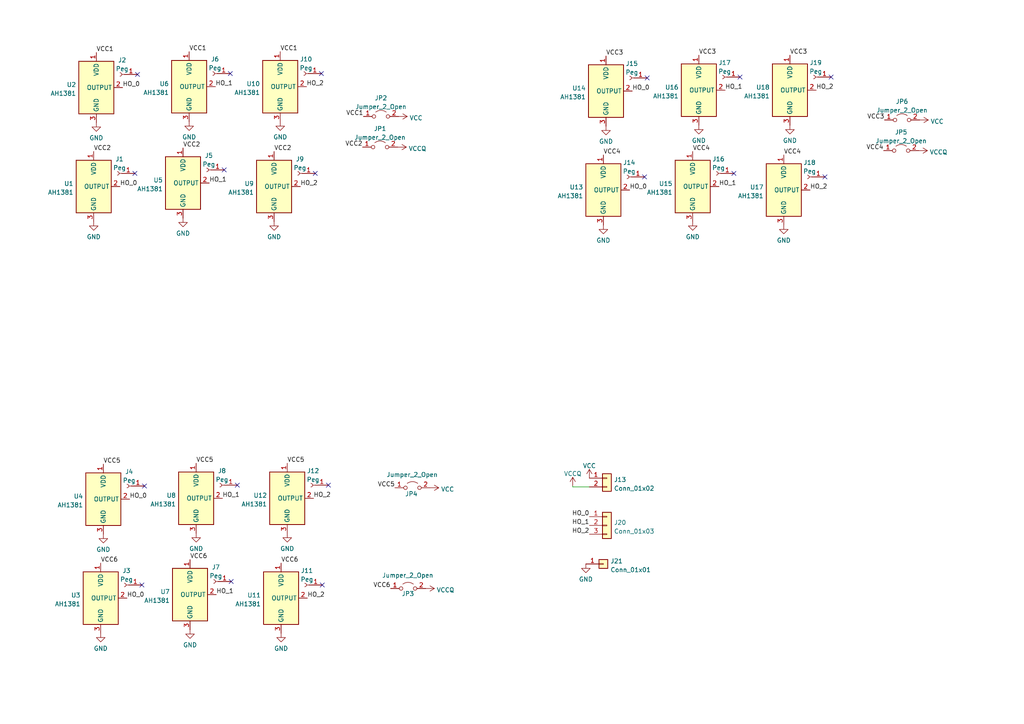
<source format=kicad_sch>
(kicad_sch (version 20211123) (generator eeschema)

  (uuid da677e45-85ed-4f8d-91e8-ae617301b565)

  (paper "A4")

  (lib_symbols
    (symbol "Connector:Conn_01x01_Female" (pin_names (offset 1.016) hide) (in_bom yes) (on_board yes)
      (property "Reference" "J" (id 0) (at 0 2.54 0)
        (effects (font (size 1.27 1.27)))
      )
      (property "Value" "Conn_01x01_Female" (id 1) (at 0 -2.54 0)
        (effects (font (size 1.27 1.27)))
      )
      (property "Footprint" "" (id 2) (at 0 0 0)
        (effects (font (size 1.27 1.27)) hide)
      )
      (property "Datasheet" "~" (id 3) (at 0 0 0)
        (effects (font (size 1.27 1.27)) hide)
      )
      (property "ki_keywords" "connector" (id 4) (at 0 0 0)
        (effects (font (size 1.27 1.27)) hide)
      )
      (property "ki_description" "Generic connector, single row, 01x01, script generated (kicad-library-utils/schlib/autogen/connector/)" (id 5) (at 0 0 0)
        (effects (font (size 1.27 1.27)) hide)
      )
      (property "ki_fp_filters" "Connector*:*" (id 6) (at 0 0 0)
        (effects (font (size 1.27 1.27)) hide)
      )
      (symbol "Conn_01x01_Female_1_1"
        (polyline
          (pts
            (xy -1.27 0)
            (xy -0.508 0)
          )
          (stroke (width 0.1524) (type default) (color 0 0 0 0))
          (fill (type none))
        )
        (arc (start 0 0.508) (mid -0.508 0) (end 0 -0.508)
          (stroke (width 0.1524) (type default) (color 0 0 0 0))
          (fill (type none))
        )
        (pin passive line (at -5.08 0 0) (length 3.81)
          (name "Pin_1" (effects (font (size 1.27 1.27))))
          (number "1" (effects (font (size 1.27 1.27))))
        )
      )
    )
    (symbol "Connector_Generic:Conn_01x01" (pin_names (offset 1.016) hide) (in_bom yes) (on_board yes)
      (property "Reference" "J" (id 0) (at 0 2.54 0)
        (effects (font (size 1.27 1.27)))
      )
      (property "Value" "Conn_01x01" (id 1) (at 0 -2.54 0)
        (effects (font (size 1.27 1.27)))
      )
      (property "Footprint" "" (id 2) (at 0 0 0)
        (effects (font (size 1.27 1.27)) hide)
      )
      (property "Datasheet" "~" (id 3) (at 0 0 0)
        (effects (font (size 1.27 1.27)) hide)
      )
      (property "ki_keywords" "connector" (id 4) (at 0 0 0)
        (effects (font (size 1.27 1.27)) hide)
      )
      (property "ki_description" "Generic connector, single row, 01x01, script generated (kicad-library-utils/schlib/autogen/connector/)" (id 5) (at 0 0 0)
        (effects (font (size 1.27 1.27)) hide)
      )
      (property "ki_fp_filters" "Connector*:*_1x??_*" (id 6) (at 0 0 0)
        (effects (font (size 1.27 1.27)) hide)
      )
      (symbol "Conn_01x01_1_1"
        (rectangle (start -1.27 0.127) (end 0 -0.127)
          (stroke (width 0.1524) (type default) (color 0 0 0 0))
          (fill (type none))
        )
        (rectangle (start -1.27 1.27) (end 1.27 -1.27)
          (stroke (width 0.254) (type default) (color 0 0 0 0))
          (fill (type background))
        )
        (pin passive line (at -5.08 0 0) (length 3.81)
          (name "Pin_1" (effects (font (size 1.27 1.27))))
          (number "1" (effects (font (size 1.27 1.27))))
        )
      )
    )
    (symbol "Connector_Generic:Conn_01x02" (pin_names (offset 1.016) hide) (in_bom yes) (on_board yes)
      (property "Reference" "J" (id 0) (at 0 2.54 0)
        (effects (font (size 1.27 1.27)))
      )
      (property "Value" "Conn_01x02" (id 1) (at 0 -5.08 0)
        (effects (font (size 1.27 1.27)))
      )
      (property "Footprint" "" (id 2) (at 0 0 0)
        (effects (font (size 1.27 1.27)) hide)
      )
      (property "Datasheet" "~" (id 3) (at 0 0 0)
        (effects (font (size 1.27 1.27)) hide)
      )
      (property "ki_keywords" "connector" (id 4) (at 0 0 0)
        (effects (font (size 1.27 1.27)) hide)
      )
      (property "ki_description" "Generic connector, single row, 01x02, script generated (kicad-library-utils/schlib/autogen/connector/)" (id 5) (at 0 0 0)
        (effects (font (size 1.27 1.27)) hide)
      )
      (property "ki_fp_filters" "Connector*:*_1x??_*" (id 6) (at 0 0 0)
        (effects (font (size 1.27 1.27)) hide)
      )
      (symbol "Conn_01x02_1_1"
        (rectangle (start -1.27 -2.413) (end 0 -2.667)
          (stroke (width 0.1524) (type default) (color 0 0 0 0))
          (fill (type none))
        )
        (rectangle (start -1.27 0.127) (end 0 -0.127)
          (stroke (width 0.1524) (type default) (color 0 0 0 0))
          (fill (type none))
        )
        (rectangle (start -1.27 1.27) (end 1.27 -3.81)
          (stroke (width 0.254) (type default) (color 0 0 0 0))
          (fill (type background))
        )
        (pin passive line (at -5.08 0 0) (length 3.81)
          (name "Pin_1" (effects (font (size 1.27 1.27))))
          (number "1" (effects (font (size 1.27 1.27))))
        )
        (pin passive line (at -5.08 -2.54 0) (length 3.81)
          (name "Pin_2" (effects (font (size 1.27 1.27))))
          (number "2" (effects (font (size 1.27 1.27))))
        )
      )
    )
    (symbol "Connector_Generic:Conn_01x03" (pin_names (offset 1.016) hide) (in_bom yes) (on_board yes)
      (property "Reference" "J" (id 0) (at 0 5.08 0)
        (effects (font (size 1.27 1.27)))
      )
      (property "Value" "Conn_01x03" (id 1) (at 0 -5.08 0)
        (effects (font (size 1.27 1.27)))
      )
      (property "Footprint" "" (id 2) (at 0 0 0)
        (effects (font (size 1.27 1.27)) hide)
      )
      (property "Datasheet" "~" (id 3) (at 0 0 0)
        (effects (font (size 1.27 1.27)) hide)
      )
      (property "ki_keywords" "connector" (id 4) (at 0 0 0)
        (effects (font (size 1.27 1.27)) hide)
      )
      (property "ki_description" "Generic connector, single row, 01x03, script generated (kicad-library-utils/schlib/autogen/connector/)" (id 5) (at 0 0 0)
        (effects (font (size 1.27 1.27)) hide)
      )
      (property "ki_fp_filters" "Connector*:*_1x??_*" (id 6) (at 0 0 0)
        (effects (font (size 1.27 1.27)) hide)
      )
      (symbol "Conn_01x03_1_1"
        (rectangle (start -1.27 -2.413) (end 0 -2.667)
          (stroke (width 0.1524) (type default) (color 0 0 0 0))
          (fill (type none))
        )
        (rectangle (start -1.27 0.127) (end 0 -0.127)
          (stroke (width 0.1524) (type default) (color 0 0 0 0))
          (fill (type none))
        )
        (rectangle (start -1.27 2.667) (end 0 2.413)
          (stroke (width 0.1524) (type default) (color 0 0 0 0))
          (fill (type none))
        )
        (rectangle (start -1.27 3.81) (end 1.27 -3.81)
          (stroke (width 0.254) (type default) (color 0 0 0 0))
          (fill (type background))
        )
        (pin passive line (at -5.08 2.54 0) (length 3.81)
          (name "Pin_1" (effects (font (size 1.27 1.27))))
          (number "1" (effects (font (size 1.27 1.27))))
        )
        (pin passive line (at -5.08 0 0) (length 3.81)
          (name "Pin_2" (effects (font (size 1.27 1.27))))
          (number "2" (effects (font (size 1.27 1.27))))
        )
        (pin passive line (at -5.08 -2.54 0) (length 3.81)
          (name "Pin_3" (effects (font (size 1.27 1.27))))
          (number "3" (effects (font (size 1.27 1.27))))
        )
      )
    )
    (symbol "Jumper:Jumper_2_Open" (pin_names (offset 0) hide) (in_bom yes) (on_board yes)
      (property "Reference" "JP" (id 0) (at 0 2.794 0)
        (effects (font (size 1.27 1.27)))
      )
      (property "Value" "Jumper_2_Open" (id 1) (at 0 -2.286 0)
        (effects (font (size 1.27 1.27)))
      )
      (property "Footprint" "" (id 2) (at 0 0 0)
        (effects (font (size 1.27 1.27)) hide)
      )
      (property "Datasheet" "~" (id 3) (at 0 0 0)
        (effects (font (size 1.27 1.27)) hide)
      )
      (property "ki_keywords" "Jumper SPST" (id 4) (at 0 0 0)
        (effects (font (size 1.27 1.27)) hide)
      )
      (property "ki_description" "Jumper, 2-pole, open" (id 5) (at 0 0 0)
        (effects (font (size 1.27 1.27)) hide)
      )
      (property "ki_fp_filters" "Jumper* TestPoint*2Pads* TestPoint*Bridge*" (id 6) (at 0 0 0)
        (effects (font (size 1.27 1.27)) hide)
      )
      (symbol "Jumper_2_Open_0_0"
        (circle (center -2.032 0) (radius 0.508)
          (stroke (width 0) (type default) (color 0 0 0 0))
          (fill (type none))
        )
        (circle (center 2.032 0) (radius 0.508)
          (stroke (width 0) (type default) (color 0 0 0 0))
          (fill (type none))
        )
      )
      (symbol "Jumper_2_Open_0_1"
        (arc (start 1.524 1.27) (mid 0 1.778) (end -1.524 1.27)
          (stroke (width 0) (type default) (color 0 0 0 0))
          (fill (type none))
        )
      )
      (symbol "Jumper_2_Open_1_1"
        (pin passive line (at -5.08 0 0) (length 2.54)
          (name "A" (effects (font (size 1.27 1.27))))
          (number "1" (effects (font (size 1.27 1.27))))
        )
        (pin passive line (at 5.08 0 180) (length 2.54)
          (name "B" (effects (font (size 1.27 1.27))))
          (number "2" (effects (font (size 1.27 1.27))))
        )
      )
    )
    (symbol "Sensor_Magnetic:AH1806-W" (in_bom yes) (on_board yes)
      (property "Reference" "U" (id 0) (at -5.08 8.89 0)
        (effects (font (size 1.27 1.27)))
      )
      (property "Value" "AH1806-W" (id 1) (at 7.62 8.89 0)
        (effects (font (size 1.27 1.27)))
      )
      (property "Footprint" "Package_TO_SOT_SMD:SC-59" (id 2) (at 13.97 -8.89 0)
        (effects (font (size 1.27 1.27)) hide)
      )
      (property "Datasheet" "https://www.diodes.com/assets/Datasheets/AH1806.pdf" (id 3) (at 0 0 0)
        (effects (font (size 1.27 1.27)) hide)
      )
      (property "ki_keywords" "hall switch" (id 4) (at 0 0 0)
        (effects (font (size 1.27 1.27)) hide)
      )
      (property "ki_description" "High Sensitivity Micropower Omnipolar Hall-Effect Switch, SC-59" (id 5) (at 0 0 0)
        (effects (font (size 1.27 1.27)) hide)
      )
      (property "ki_fp_filters" "SC?59*" (id 6) (at 0 0 0)
        (effects (font (size 1.27 1.27)) hide)
      )
      (symbol "AH1806-W_0_1"
        (rectangle (start 5.08 7.62) (end -5.08 -7.62)
          (stroke (width 0.254) (type default) (color 0 0 0 0))
          (fill (type background))
        )
      )
      (symbol "AH1806-W_1_1"
        (pin power_in line (at 0 10.16 270) (length 2.54)
          (name "VDD" (effects (font (size 1.27 1.27))))
          (number "1" (effects (font (size 1.27 1.27))))
        )
        (pin open_collector line (at 7.62 0 180) (length 2.54)
          (name "OUTPUT" (effects (font (size 1.27 1.27))))
          (number "2" (effects (font (size 1.27 1.27))))
        )
        (pin power_in line (at 0 -10.16 90) (length 2.54)
          (name "GND" (effects (font (size 1.27 1.27))))
          (number "3" (effects (font (size 1.27 1.27))))
        )
      )
    )
    (symbol "power:GND" (power) (pin_names (offset 0)) (in_bom yes) (on_board yes)
      (property "Reference" "#PWR" (id 0) (at 0 -6.35 0)
        (effects (font (size 1.27 1.27)) hide)
      )
      (property "Value" "GND" (id 1) (at 0 -3.81 0)
        (effects (font (size 1.27 1.27)))
      )
      (property "Footprint" "" (id 2) (at 0 0 0)
        (effects (font (size 1.27 1.27)) hide)
      )
      (property "Datasheet" "" (id 3) (at 0 0 0)
        (effects (font (size 1.27 1.27)) hide)
      )
      (property "ki_keywords" "power-flag" (id 4) (at 0 0 0)
        (effects (font (size 1.27 1.27)) hide)
      )
      (property "ki_description" "Power symbol creates a global label with name \"GND\" , ground" (id 5) (at 0 0 0)
        (effects (font (size 1.27 1.27)) hide)
      )
      (symbol "GND_0_1"
        (polyline
          (pts
            (xy 0 0)
            (xy 0 -1.27)
            (xy 1.27 -1.27)
            (xy 0 -2.54)
            (xy -1.27 -1.27)
            (xy 0 -1.27)
          )
          (stroke (width 0) (type default) (color 0 0 0 0))
          (fill (type none))
        )
      )
      (symbol "GND_1_1"
        (pin power_in line (at 0 0 270) (length 0) hide
          (name "GND" (effects (font (size 1.27 1.27))))
          (number "1" (effects (font (size 1.27 1.27))))
        )
      )
    )
    (symbol "power:VCC" (power) (pin_names (offset 0)) (in_bom yes) (on_board yes)
      (property "Reference" "#PWR" (id 0) (at 0 -3.81 0)
        (effects (font (size 1.27 1.27)) hide)
      )
      (property "Value" "VCC" (id 1) (at 0 3.81 0)
        (effects (font (size 1.27 1.27)))
      )
      (property "Footprint" "" (id 2) (at 0 0 0)
        (effects (font (size 1.27 1.27)) hide)
      )
      (property "Datasheet" "" (id 3) (at 0 0 0)
        (effects (font (size 1.27 1.27)) hide)
      )
      (property "ki_keywords" "power-flag" (id 4) (at 0 0 0)
        (effects (font (size 1.27 1.27)) hide)
      )
      (property "ki_description" "Power symbol creates a global label with name \"VCC\"" (id 5) (at 0 0 0)
        (effects (font (size 1.27 1.27)) hide)
      )
      (symbol "VCC_0_1"
        (polyline
          (pts
            (xy -0.762 1.27)
            (xy 0 2.54)
          )
          (stroke (width 0) (type default) (color 0 0 0 0))
          (fill (type none))
        )
        (polyline
          (pts
            (xy 0 0)
            (xy 0 2.54)
          )
          (stroke (width 0) (type default) (color 0 0 0 0))
          (fill (type none))
        )
        (polyline
          (pts
            (xy 0 2.54)
            (xy 0.762 1.27)
          )
          (stroke (width 0) (type default) (color 0 0 0 0))
          (fill (type none))
        )
      )
      (symbol "VCC_1_1"
        (pin power_in line (at 0 0 90) (length 0) hide
          (name "VCC" (effects (font (size 1.27 1.27))))
          (number "1" (effects (font (size 1.27 1.27))))
        )
      )
    )
    (symbol "power:VCCQ" (power) (pin_names (offset 0)) (in_bom yes) (on_board yes)
      (property "Reference" "#PWR" (id 0) (at 0 -3.81 0)
        (effects (font (size 1.27 1.27)) hide)
      )
      (property "Value" "VCCQ" (id 1) (at 0 3.81 0)
        (effects (font (size 1.27 1.27)))
      )
      (property "Footprint" "" (id 2) (at 0 0 0)
        (effects (font (size 1.27 1.27)) hide)
      )
      (property "Datasheet" "" (id 3) (at 0 0 0)
        (effects (font (size 1.27 1.27)) hide)
      )
      (property "ki_keywords" "power-flag" (id 4) (at 0 0 0)
        (effects (font (size 1.27 1.27)) hide)
      )
      (property "ki_description" "Power symbol creates a global label with name \"VCCQ\"" (id 5) (at 0 0 0)
        (effects (font (size 1.27 1.27)) hide)
      )
      (symbol "VCCQ_0_1"
        (polyline
          (pts
            (xy -0.762 1.27)
            (xy 0 2.54)
          )
          (stroke (width 0) (type default) (color 0 0 0 0))
          (fill (type none))
        )
        (polyline
          (pts
            (xy 0 0)
            (xy 0 2.54)
          )
          (stroke (width 0) (type default) (color 0 0 0 0))
          (fill (type none))
        )
        (polyline
          (pts
            (xy 0 2.54)
            (xy 0.762 1.27)
          )
          (stroke (width 0) (type default) (color 0 0 0 0))
          (fill (type none))
        )
      )
      (symbol "VCCQ_1_1"
        (pin power_in line (at 0 0 90) (length 0) hide
          (name "VCCQ" (effects (font (size 1.27 1.27))))
          (number "1" (effects (font (size 1.27 1.27))))
        )
      )
    )
  )


  (no_connect (at 39.116 50.292) (uuid 0ccda989-0878-4507-bddd-7bb0edac208f))
  (no_connect (at 95.25 140.716) (uuid 0e2a4914-69b7-47f8-9c82-79d7082d2d72))
  (no_connect (at 39.878 21.59) (uuid 1fa7ad1c-6dcb-4d69-a8e0-a072dc59a432))
  (no_connect (at 241.046 22.352) (uuid 232b26e0-5753-4d5d-a8a3-9d870b1dbf49))
  (no_connect (at 214.63 22.352) (uuid 3fcaf3b1-86fe-4f73-9714-45b22128c217))
  (no_connect (at 41.91 140.97) (uuid 54c8505a-59f5-490e-b3d2-69b085d65ac6))
  (no_connect (at 93.218 21.336) (uuid 60b9d311-993b-43ce-bb0f-f95b490f5c68))
  (no_connect (at 91.44 50.292) (uuid 6ac06076-0f69-46c3-80cd-03fd5a5643be))
  (no_connect (at 93.472 169.672) (uuid 6d137870-8d21-43ee-b8b5-830ca7ec9749))
  (no_connect (at 212.852 50.292) (uuid 7898852d-4cd2-4ad4-af58-d555d545449f))
  (no_connect (at 65.024 49.276) (uuid a6f5b0bf-1909-4395-92ce-b44dbfa8fd51))
  (no_connect (at 186.944 51.308) (uuid b0a4c7ed-b7a6-462a-827f-f1d7f2c6c3d3))
  (no_connect (at 68.834 140.716) (uuid bc27f31a-9a0c-4f64-9bd7-70e40af6558c))
  (no_connect (at 239.268 51.308) (uuid c25a5990-3888-4a83-9124-188f18a98c12))
  (no_connect (at 187.706 22.606) (uuid d101bcc4-d08c-4752-89f3-05be0aadd27f))
  (no_connect (at 41.148 169.672) (uuid ebdc28f6-8c10-47bc-a6c5-9ff6a3ea695f))
  (no_connect (at 66.802 21.336) (uuid f49a7594-d2e0-438e-a755-30f00e6b8250))
  (no_connect (at 67.056 168.656) (uuid fc7f1200-efa6-4c52-8aad-3788ee334139))

  (wire (pts (xy 166.116 141.224) (xy 170.942 141.224))
    (stroke (width 0) (type default) (color 0 0 0 0))
    (uuid 49536092-d82c-4bad-9693-7ce35cf76c0f)
  )
  (wire (pts (xy 166.116 140.97) (xy 166.116 141.224))
    (stroke (width 0) (type default) (color 0 0 0 0))
    (uuid 49ffd12a-9277-4d82-a6a3-7477506d2a27)
  )

  (label "VCC5" (at 83.312 134.366 0)
    (effects (font (size 1.27 1.27)) (justify left bottom))
    (uuid 030333a0-23f4-41db-93b1-c113cee6f1a3)
  )
  (label "HO_1" (at 60.706 53.086 0)
    (effects (font (size 1.27 1.27)) (justify left bottom))
    (uuid 04fd585f-8c01-4626-abac-616b5b71fd58)
  )
  (label "VCC3" (at 229.108 16.002 0)
    (effects (font (size 1.27 1.27)) (justify left bottom))
    (uuid 0e839e31-5ddc-4d68-99eb-d7e8f2c6a5f9)
  )
  (label "HO_1" (at 62.484 25.146 0)
    (effects (font (size 1.27 1.27)) (justify left bottom))
    (uuid 18e87ee2-bdeb-4c59-9aea-45c4fd8d23ee)
  )
  (label "VCC4" (at 200.914 43.942 0)
    (effects (font (size 1.27 1.27)) (justify left bottom))
    (uuid 2297a474-facb-49d6-8f71-9b2cfc45909b)
  )
  (label "VCC3" (at 202.692 16.002 0)
    (effects (font (size 1.27 1.27)) (justify left bottom))
    (uuid 23b74e90-4540-4c21-9199-f7ab6bc0dd53)
  )
  (label "HO_1" (at 208.534 54.102 0)
    (effects (font (size 1.27 1.27)) (justify left bottom))
    (uuid 254d10c1-f192-4e9b-94b4-7ce716291da7)
  )
  (label "HO_2" (at 88.9 25.146 0)
    (effects (font (size 1.27 1.27)) (justify left bottom))
    (uuid 28263c63-b56e-4c4a-9bed-db7df5f12afc)
  )
  (label "VCC1" (at 27.94 15.24 0)
    (effects (font (size 1.27 1.27)) (justify left bottom))
    (uuid 28f6133a-21ef-494b-bf06-0e5d22132684)
  )
  (label "HO_0" (at 35.56 25.4 0)
    (effects (font (size 1.27 1.27)) (justify left bottom))
    (uuid 2f966dd5-fef4-4bac-823e-84ee81a56a6c)
  )
  (label "HO_2" (at 90.932 144.526 0)
    (effects (font (size 1.27 1.27)) (justify left bottom))
    (uuid 345daf2d-6c71-4dd1-8d7c-803eab728723)
  )
  (label "HO_2" (at 89.154 173.482 0)
    (effects (font (size 1.27 1.27)) (justify left bottom))
    (uuid 3a5046c4-24f9-4dcb-ae3e-1e1be0cf1a00)
  )
  (label "VCC5" (at 56.896 134.366 0)
    (effects (font (size 1.27 1.27)) (justify left bottom))
    (uuid 3c88559c-8997-47ec-806a-df278fcb8744)
  )
  (label "HO_2" (at 87.122 54.102 0)
    (effects (font (size 1.27 1.27)) (justify left bottom))
    (uuid 3ef99fdd-47a9-455f-b4a6-774e303c0aef)
  )
  (label "VCC1" (at 105.41 33.782 180)
    (effects (font (size 1.27 1.27)) (justify right bottom))
    (uuid 45287d57-1dae-43e9-b7bc-5037eb2a6288)
  )
  (label "HO_1" (at 210.312 26.162 0)
    (effects (font (size 1.27 1.27)) (justify left bottom))
    (uuid 481e94c0-174c-482b-8dc6-49100a23c9e0)
  )
  (label "VCC6" (at 55.118 162.306 0)
    (effects (font (size 1.27 1.27)) (justify left bottom))
    (uuid 48abda59-aa61-488d-934b-e15201a5be95)
  )
  (label "VCC3" (at 175.768 16.256 0)
    (effects (font (size 1.27 1.27)) (justify left bottom))
    (uuid 4a08c03f-35c8-4b1f-be10-4ecf946c4199)
  )
  (label "HO_0" (at 182.626 55.118 0)
    (effects (font (size 1.27 1.27)) (justify left bottom))
    (uuid 59f5e70d-9ac5-428a-bb0c-043bf790c650)
  )
  (label "HO_0" (at 37.592 144.78 0)
    (effects (font (size 1.27 1.27)) (justify left bottom))
    (uuid 5a778639-2fb5-4cd9-b927-f5151525215d)
  )
  (label "VCC6" (at 29.21 163.322 0)
    (effects (font (size 1.27 1.27)) (justify left bottom))
    (uuid 5c8b10c8-b38b-4e10-8758-5e7644b548b0)
  )
  (label "VCC2" (at 79.502 43.942 0)
    (effects (font (size 1.27 1.27)) (justify left bottom))
    (uuid 5da47846-619c-4658-b210-e72664e2c556)
  )
  (label "VCC5" (at 29.972 134.62 0)
    (effects (font (size 1.27 1.27)) (justify left bottom))
    (uuid 6116bf5a-bb57-45f3-b6b8-8c11d6d94915)
  )
  (label "VCC1" (at 81.28 14.986 0)
    (effects (font (size 1.27 1.27)) (justify left bottom))
    (uuid 691cc6ac-e6e2-4418-854c-89a41612b292)
  )
  (label "HO_1" (at 64.516 144.526 0)
    (effects (font (size 1.27 1.27)) (justify left bottom))
    (uuid 6a082f84-a7af-489c-93f7-c76c993081a4)
  )
  (label "VCC2" (at 53.086 42.926 0)
    (effects (font (size 1.27 1.27)) (justify left bottom))
    (uuid 6c1302af-bdbe-4526-b7db-7cbe30829775)
  )
  (label "VCC4" (at 175.006 44.958 0)
    (effects (font (size 1.27 1.27)) (justify left bottom))
    (uuid 733ce259-9781-48ab-b973-eb8ca2edb212)
  )
  (label "HO_0" (at 170.942 149.86 180)
    (effects (font (size 1.27 1.27)) (justify right bottom))
    (uuid 790f264f-e27b-46b4-9098-c8d253e4dd98)
  )
  (label "VCC2" (at 105.156 42.672 180)
    (effects (font (size 1.27 1.27)) (justify right bottom))
    (uuid 7fa24374-010f-4c06-9b9c-f58a3ae6bb47)
  )
  (label "VCC3" (at 256.54 34.798 180)
    (effects (font (size 1.27 1.27)) (justify right bottom))
    (uuid 880f51c1-d9ae-4e67-8730-3c9c1f638066)
  )
  (label "VCC6" (at 81.534 163.322 0)
    (effects (font (size 1.27 1.27)) (justify left bottom))
    (uuid 897f01c1-b8bd-48e9-bfeb-c679b07d36a6)
  )
  (label "HO_2" (at 170.942 154.94 180)
    (effects (font (size 1.27 1.27)) (justify right bottom))
    (uuid 8f299b84-4b75-4efb-b245-fb3b3a8b1bb5)
  )
  (label "VCC5" (at 114.554 141.478 180)
    (effects (font (size 1.27 1.27)) (justify right bottom))
    (uuid 91d2c989-74ca-4fae-9650-6e7724b0edd0)
  )
  (label "HO_2" (at 234.95 55.118 0)
    (effects (font (size 1.27 1.27)) (justify left bottom))
    (uuid 921b3e15-4dc7-4651-b470-0a9a391e1bdc)
  )
  (label "VCC1" (at 54.864 14.986 0)
    (effects (font (size 1.27 1.27)) (justify left bottom))
    (uuid 99af18b0-c525-4748-9b90-bf74e0039b92)
  )
  (label "HO_1" (at 170.942 152.4 180)
    (effects (font (size 1.27 1.27)) (justify right bottom))
    (uuid a0275acf-577a-4022-b69c-c9733a9f1095)
  )
  (label "HO_0" (at 36.83 173.482 0)
    (effects (font (size 1.27 1.27)) (justify left bottom))
    (uuid a984c9a6-1ba4-4bfb-9757-e99259836aec)
  )
  (label "HO_1" (at 62.738 172.466 0)
    (effects (font (size 1.27 1.27)) (justify left bottom))
    (uuid b33a7114-adef-461d-911e-000a5df09de7)
  )
  (label "HO_0" (at 34.798 54.102 0)
    (effects (font (size 1.27 1.27)) (justify left bottom))
    (uuid c8e87f6a-20ba-4047-a16e-1f902e68d6fa)
  )
  (label "VCC2" (at 27.178 43.942 0)
    (effects (font (size 1.27 1.27)) (justify left bottom))
    (uuid d3218a50-8a2a-4315-a58a-00c394adfeca)
  )
  (label "HO_0" (at 183.388 26.416 0)
    (effects (font (size 1.27 1.27)) (justify left bottom))
    (uuid e8890081-cf46-4445-a521-a35545d66abf)
  )
  (label "HO_2" (at 236.728 26.162 0)
    (effects (font (size 1.27 1.27)) (justify left bottom))
    (uuid e8bd7bed-1978-4874-890f-9233aca6e8d4)
  )
  (label "VCC6" (at 113.284 170.688 180)
    (effects (font (size 1.27 1.27)) (justify right bottom))
    (uuid ea91d6c2-1eda-4665-a1da-427c0db06400)
  )
  (label "VCC4" (at 227.33 44.958 0)
    (effects (font (size 1.27 1.27)) (justify left bottom))
    (uuid eec6dc63-cb6d-4715-be2f-64813f36076c)
  )
  (label "VCC4" (at 256.286 43.688 180)
    (effects (font (size 1.27 1.27)) (justify right bottom))
    (uuid fed03391-99a6-40e9-855f-104bba8c9ff3)
  )

  (symbol (lib_id "Connector:Conn_01x01_Female") (at 207.772 50.292 180) (unit 1)
    (in_bom yes) (on_board yes) (fields_autoplaced)
    (uuid 061de3ef-1c40-45a7-ab28-fa44d8475479)
    (property "Reference" "J16" (id 0) (at 208.407 46.135 0))
    (property "Value" "Peg" (id 1) (at 208.407 48.6719 0))
    (property "Footprint" "Project:TestPattern2" (id 2) (at 207.772 50.292 0)
      (effects (font (size 1.27 1.27)) hide)
    )
    (property "Datasheet" "~" (id 3) (at 207.772 50.292 0)
      (effects (font (size 1.27 1.27)) hide)
    )
    (pin "1" (uuid 0f8e11bf-230f-44c2-983b-f200d9779870))
  )

  (symbol (lib_id "power:VCCQ") (at 266.446 43.688 270) (unit 1)
    (in_bom yes) (on_board yes) (fields_autoplaced)
    (uuid 0d11be37-9e83-4a89-96fb-d08cd4515eac)
    (property "Reference" "#PWR0126" (id 0) (at 262.636 43.688 0)
      (effects (font (size 1.27 1.27)) hide)
    )
    (property "Value" "VCCQ" (id 1) (at 269.621 44.1218 90)
      (effects (font (size 1.27 1.27)) (justify left))
    )
    (property "Footprint" "" (id 2) (at 266.446 43.688 0)
      (effects (font (size 1.27 1.27)) hide)
    )
    (property "Datasheet" "" (id 3) (at 266.446 43.688 0)
      (effects (font (size 1.27 1.27)) hide)
    )
    (pin "1" (uuid a6f258f9-1820-46eb-9038-599d84859efd))
  )

  (symbol (lib_id "power:GND") (at 227.33 65.278 0) (unit 1)
    (in_bom yes) (on_board yes) (fields_autoplaced)
    (uuid 10b9a631-1cd3-45e2-b7da-7fe3a527f89c)
    (property "Reference" "#PWR0120" (id 0) (at 227.33 71.628 0)
      (effects (font (size 1.27 1.27)) hide)
    )
    (property "Value" "GND" (id 1) (at 227.33 69.7214 0))
    (property "Footprint" "" (id 2) (at 227.33 65.278 0)
      (effects (font (size 1.27 1.27)) hide)
    )
    (property "Datasheet" "" (id 3) (at 227.33 65.278 0)
      (effects (font (size 1.27 1.27)) hide)
    )
    (pin "1" (uuid 299e5604-0eb6-42a3-bcce-d15f17a8281d))
  )

  (symbol (lib_id "Sensor_Magnetic:AH1806-W") (at 175.006 55.118 0) (unit 1)
    (in_bom yes) (on_board yes) (fields_autoplaced)
    (uuid 13921cc0-353f-46f8-87b3-96876676425a)
    (property "Reference" "U13" (id 0) (at 169.1641 54.2833 0)
      (effects (font (size 1.27 1.27)) (justify right))
    )
    (property "Value" "AH1381" (id 1) (at 169.1641 56.8202 0)
      (effects (font (size 1.27 1.27)) (justify right))
    )
    (property "Footprint" "Package_TO_SOT_SMD:SOT-23" (id 2) (at 188.976 64.008 0)
      (effects (font (size 1.27 1.27)) hide)
    )
    (property "Datasheet" "" (id 3) (at 175.006 55.118 0)
      (effects (font (size 1.27 1.27)) hide)
    )
    (pin "1" (uuid a6650714-cae8-4ff3-a449-28f972738f39))
    (pin "2" (uuid 2fb80d9a-8623-4fba-bb39-1a425b07b486))
    (pin "3" (uuid de2aa9c9-83a3-4e30-a859-0c5d127effdd))
  )

  (symbol (lib_id "power:VCC") (at 170.942 138.684 0) (unit 1)
    (in_bom yes) (on_board yes) (fields_autoplaced)
    (uuid 167d7a6d-305b-44ca-b3ff-c9377c338ed8)
    (property "Reference" "#PWR0117" (id 0) (at 170.942 142.494 0)
      (effects (font (size 1.27 1.27)) hide)
    )
    (property "Value" "VCC" (id 1) (at 170.942 135.1082 0))
    (property "Footprint" "" (id 2) (at 170.942 138.684 0)
      (effects (font (size 1.27 1.27)) hide)
    )
    (property "Datasheet" "" (id 3) (at 170.942 138.684 0)
      (effects (font (size 1.27 1.27)) hide)
    )
    (pin "1" (uuid 80b9461d-08cd-4105-a8e3-34f0cd07c15a))
  )

  (symbol (lib_id "power:GND") (at 79.502 64.262 0) (unit 1)
    (in_bom yes) (on_board yes) (fields_autoplaced)
    (uuid 1ab505fa-56bd-4277-b43c-950257dfc60a)
    (property "Reference" "#PWR0105" (id 0) (at 79.502 70.612 0)
      (effects (font (size 1.27 1.27)) hide)
    )
    (property "Value" "GND" (id 1) (at 79.502 68.7054 0))
    (property "Footprint" "" (id 2) (at 79.502 64.262 0)
      (effects (font (size 1.27 1.27)) hide)
    )
    (property "Datasheet" "" (id 3) (at 79.502 64.262 0)
      (effects (font (size 1.27 1.27)) hide)
    )
    (pin "1" (uuid 3a35b80a-9609-4577-ae53-2e5f4742db6d))
  )

  (symbol (lib_id "power:GND") (at 81.28 35.306 0) (unit 1)
    (in_bom yes) (on_board yes) (fields_autoplaced)
    (uuid 1fb0d0b1-2ab9-403c-9c82-09867e490304)
    (property "Reference" "#PWR0104" (id 0) (at 81.28 41.656 0)
      (effects (font (size 1.27 1.27)) hide)
    )
    (property "Value" "GND" (id 1) (at 81.28 39.7494 0))
    (property "Footprint" "" (id 2) (at 81.28 35.306 0)
      (effects (font (size 1.27 1.27)) hide)
    )
    (property "Datasheet" "" (id 3) (at 81.28 35.306 0)
      (effects (font (size 1.27 1.27)) hide)
    )
    (pin "1" (uuid 3ecdaa5e-ff81-41e6-938d-5515a88187b2))
  )

  (symbol (lib_id "Jumper:Jumper_2_Open") (at 261.366 43.688 0) (unit 1)
    (in_bom yes) (on_board yes) (fields_autoplaced)
    (uuid 2624b278-86a6-4bf4-8407-1bb89acdaad3)
    (property "Reference" "JP5" (id 0) (at 261.366 38.3372 0))
    (property "Value" "Jumper_2_Open" (id 1) (at 261.366 40.8741 0))
    (property "Footprint" "Jumper:SolderJumper-2_P1.3mm_Open_Pad1.0x1.5mm" (id 2) (at 261.366 43.688 0)
      (effects (font (size 1.27 1.27)) hide)
    )
    (property "Datasheet" "~" (id 3) (at 261.366 43.688 0)
      (effects (font (size 1.27 1.27)) hide)
    )
    (pin "1" (uuid e5368d4e-dded-4d9b-a29e-e0c53971f5ed))
    (pin "2" (uuid cc6895d7-4be6-40a6-ba40-2481e4fedb90))
  )

  (symbol (lib_id "Connector:Conn_01x01_Female") (at 88.138 21.336 180) (unit 1)
    (in_bom yes) (on_board yes) (fields_autoplaced)
    (uuid 2b1a261e-85c2-4570-85e4-58cfa45fa0e2)
    (property "Reference" "J10" (id 0) (at 88.773 17.179 0))
    (property "Value" "Peg" (id 1) (at 88.773 19.7159 0))
    (property "Footprint" "Project:TestPattern0" (id 2) (at 88.138 21.336 0)
      (effects (font (size 1.27 1.27)) hide)
    )
    (property "Datasheet" "~" (id 3) (at 88.138 21.336 0)
      (effects (font (size 1.27 1.27)) hide)
    )
    (pin "1" (uuid 2dbbf8c4-a830-428a-bb54-d0b4e244fc1a))
  )

  (symbol (lib_id "Connector:Conn_01x01_Female") (at 90.17 140.716 180) (unit 1)
    (in_bom yes) (on_board yes) (fields_autoplaced)
    (uuid 2b2c2959-db05-4d31-a4c5-b59655974e9f)
    (property "Reference" "J12" (id 0) (at 90.805 136.559 0))
    (property "Value" "Peg" (id 1) (at 90.805 139.0959 0))
    (property "Footprint" "Project:TestPattern1" (id 2) (at 90.17 140.716 0)
      (effects (font (size 1.27 1.27)) hide)
    )
    (property "Datasheet" "~" (id 3) (at 90.17 140.716 0)
      (effects (font (size 1.27 1.27)) hide)
    )
    (pin "1" (uuid e78f65ea-cb29-45c5-a782-48bd5628afb9))
  )

  (symbol (lib_id "Sensor_Magnetic:AH1806-W") (at 27.94 25.4 0) (unit 1)
    (in_bom yes) (on_board yes) (fields_autoplaced)
    (uuid 2c01c3c1-68c5-4798-aa56-e43bacfe0eb2)
    (property "Reference" "U2" (id 0) (at 22.0981 24.5653 0)
      (effects (font (size 1.27 1.27)) (justify right))
    )
    (property "Value" "AH1381" (id 1) (at 22.0981 27.1022 0)
      (effects (font (size 1.27 1.27)) (justify right))
    )
    (property "Footprint" "Package_TO_SOT_SMD:SOT-23" (id 2) (at 41.91 34.29 0)
      (effects (font (size 1.27 1.27)) hide)
    )
    (property "Datasheet" "" (id 3) (at 27.94 25.4 0)
      (effects (font (size 1.27 1.27)) hide)
    )
    (pin "1" (uuid f6702c23-74d8-4358-a9d2-7ab4e71b214d))
    (pin "2" (uuid abf38161-cd83-4b6d-ab98-aec1f91b782b))
    (pin "3" (uuid 451e09e4-35a9-412c-8f47-5b928c8d44c3))
  )

  (symbol (lib_id "power:GND") (at 56.896 154.686 0) (unit 1)
    (in_bom yes) (on_board yes) (fields_autoplaced)
    (uuid 31ef8840-70c1-4105-9e1b-f5540b67d68d)
    (property "Reference" "#PWR0114" (id 0) (at 56.896 161.036 0)
      (effects (font (size 1.27 1.27)) hide)
    )
    (property "Value" "GND" (id 1) (at 56.896 159.1294 0))
    (property "Footprint" "" (id 2) (at 56.896 154.686 0)
      (effects (font (size 1.27 1.27)) hide)
    )
    (property "Datasheet" "" (id 3) (at 56.896 154.686 0)
      (effects (font (size 1.27 1.27)) hide)
    )
    (pin "1" (uuid 91795678-a4b5-4700-8c51-d6228e0d88ba))
  )

  (symbol (lib_id "power:GND") (at 54.864 35.306 0) (unit 1)
    (in_bom yes) (on_board yes) (fields_autoplaced)
    (uuid 353bbb27-968b-441e-8124-7ce2a1c620e6)
    (property "Reference" "#PWR0101" (id 0) (at 54.864 41.656 0)
      (effects (font (size 1.27 1.27)) hide)
    )
    (property "Value" "GND" (id 1) (at 54.864 39.7494 0))
    (property "Footprint" "" (id 2) (at 54.864 35.306 0)
      (effects (font (size 1.27 1.27)) hide)
    )
    (property "Datasheet" "" (id 3) (at 54.864 35.306 0)
      (effects (font (size 1.27 1.27)) hide)
    )
    (pin "1" (uuid 09f351b8-7ea4-473b-b420-47d72f8d4f62))
  )

  (symbol (lib_id "Sensor_Magnetic:AH1806-W") (at 175.768 26.416 0) (unit 1)
    (in_bom yes) (on_board yes) (fields_autoplaced)
    (uuid 373bb799-6508-4338-b28b-d03657e56826)
    (property "Reference" "U14" (id 0) (at 169.9261 25.5813 0)
      (effects (font (size 1.27 1.27)) (justify right))
    )
    (property "Value" "AH1381" (id 1) (at 169.9261 28.1182 0)
      (effects (font (size 1.27 1.27)) (justify right))
    )
    (property "Footprint" "Package_TO_SOT_SMD:SOT-23" (id 2) (at 189.738 35.306 0)
      (effects (font (size 1.27 1.27)) hide)
    )
    (property "Datasheet" "" (id 3) (at 175.768 26.416 0)
      (effects (font (size 1.27 1.27)) hide)
    )
    (pin "1" (uuid 425fa63e-2a0d-456d-aa66-4052bb86d4be))
    (pin "2" (uuid 3260067d-6ba4-4790-bcf4-aea343e7eacb))
    (pin "3" (uuid 530dd718-fa2c-4b46-8aa3-8d0d717231ce))
  )

  (symbol (lib_id "Sensor_Magnetic:AH1806-W") (at 54.864 25.146 0) (unit 1)
    (in_bom yes) (on_board yes) (fields_autoplaced)
    (uuid 37d745ed-7182-4ee7-8bf4-1a58d4badf63)
    (property "Reference" "U6" (id 0) (at 49.0221 24.3113 0)
      (effects (font (size 1.27 1.27)) (justify right))
    )
    (property "Value" "AH1381" (id 1) (at 49.0221 26.8482 0)
      (effects (font (size 1.27 1.27)) (justify right))
    )
    (property "Footprint" "Package_TO_SOT_SMD:SOT-23" (id 2) (at 68.834 34.036 0)
      (effects (font (size 1.27 1.27)) hide)
    )
    (property "Datasheet" "" (id 3) (at 54.864 25.146 0)
      (effects (font (size 1.27 1.27)) hide)
    )
    (pin "1" (uuid ecc15203-2f06-493d-86e5-000a2ecb4fc2))
    (pin "2" (uuid 4b75dcb0-bb0e-4150-a6b2-96920d3207b8))
    (pin "3" (uuid 405119f0-69c8-4ba0-b804-7d9ffa21ca16))
  )

  (symbol (lib_id "power:VCCQ") (at 123.444 170.688 270) (unit 1)
    (in_bom yes) (on_board yes) (fields_autoplaced)
    (uuid 38d65148-1e86-47e8-99bc-3e46ab64f15d)
    (property "Reference" "#PWR0111" (id 0) (at 119.634 170.688 0)
      (effects (font (size 1.27 1.27)) hide)
    )
    (property "Value" "VCCQ" (id 1) (at 126.619 171.1218 90)
      (effects (font (size 1.27 1.27)) (justify left))
    )
    (property "Footprint" "" (id 2) (at 123.444 170.688 0)
      (effects (font (size 1.27 1.27)) hide)
    )
    (property "Datasheet" "" (id 3) (at 123.444 170.688 0)
      (effects (font (size 1.27 1.27)) hide)
    )
    (pin "1" (uuid 36969086-0863-4389-904c-256816bde66f))
  )

  (symbol (lib_id "Sensor_Magnetic:AH1806-W") (at 29.972 144.78 0) (unit 1)
    (in_bom yes) (on_board yes) (fields_autoplaced)
    (uuid 3989e12f-2c45-47ee-bba8-f17c07689974)
    (property "Reference" "U4" (id 0) (at 24.1301 143.9453 0)
      (effects (font (size 1.27 1.27)) (justify right))
    )
    (property "Value" "AH1381" (id 1) (at 24.1301 146.4822 0)
      (effects (font (size 1.27 1.27)) (justify right))
    )
    (property "Footprint" "Package_TO_SOT_SMD:SOT-23" (id 2) (at 43.942 153.67 0)
      (effects (font (size 1.27 1.27)) hide)
    )
    (property "Datasheet" "" (id 3) (at 29.972 144.78 0)
      (effects (font (size 1.27 1.27)) hide)
    )
    (pin "1" (uuid 0e8497de-45ea-4748-b079-ee7571511f29))
    (pin "2" (uuid d498684e-4650-4eb5-9182-24aa087cbebc))
    (pin "3" (uuid 581a76ff-06d0-4040-ad26-f25f8eedc5e7))
  )

  (symbol (lib_id "Jumper:Jumper_2_Open") (at 110.236 42.672 0) (unit 1)
    (in_bom yes) (on_board yes) (fields_autoplaced)
    (uuid 3c1413a6-6874-4b1d-90d5-d1e3e7fac574)
    (property "Reference" "JP1" (id 0) (at 110.236 37.3212 0))
    (property "Value" "Jumper_2_Open" (id 1) (at 110.236 39.8581 0))
    (property "Footprint" "Jumper:SolderJumper-2_P1.3mm_Open_Pad1.0x1.5mm" (id 2) (at 110.236 42.672 0)
      (effects (font (size 1.27 1.27)) hide)
    )
    (property "Datasheet" "~" (id 3) (at 110.236 42.672 0)
      (effects (font (size 1.27 1.27)) hide)
    )
    (pin "1" (uuid d803f0e4-d956-4f44-903b-2ade8cac9fdb))
    (pin "2" (uuid 5f17fb74-a450-4acd-866f-1ffe2614b914))
  )

  (symbol (lib_id "Connector:Conn_01x01_Female") (at 235.966 22.352 180) (unit 1)
    (in_bom yes) (on_board yes) (fields_autoplaced)
    (uuid 42c37de3-ec55-4219-8faf-81c066065979)
    (property "Reference" "J19" (id 0) (at 236.601 18.195 0))
    (property "Value" "Peg" (id 1) (at 236.601 20.7319 0))
    (property "Footprint" "Project:TestPattern2" (id 2) (at 235.966 22.352 0)
      (effects (font (size 1.27 1.27)) hide)
    )
    (property "Datasheet" "~" (id 3) (at 235.966 22.352 0)
      (effects (font (size 1.27 1.27)) hide)
    )
    (pin "1" (uuid 618560f4-f17b-4342-a0f0-7d6dfc1dbcf0))
  )

  (symbol (lib_id "Jumper:Jumper_2_Open") (at 261.62 34.798 0) (unit 1)
    (in_bom yes) (on_board yes) (fields_autoplaced)
    (uuid 464dd11c-0cc2-4656-9b5d-1738702251b3)
    (property "Reference" "JP6" (id 0) (at 261.62 29.4472 0))
    (property "Value" "Jumper_2_Open" (id 1) (at 261.62 31.9841 0))
    (property "Footprint" "Jumper:SolderJumper-2_P1.3mm_Open_Pad1.0x1.5mm" (id 2) (at 261.62 34.798 0)
      (effects (font (size 1.27 1.27)) hide)
    )
    (property "Datasheet" "~" (id 3) (at 261.62 34.798 0)
      (effects (font (size 1.27 1.27)) hide)
    )
    (pin "1" (uuid 3a6317b2-70b0-454d-9344-86cd0c316757))
    (pin "2" (uuid 00111a74-473a-4362-bb7c-faf368df9761))
  )

  (symbol (lib_id "Connector:Conn_01x01_Female") (at 182.626 22.606 180) (unit 1)
    (in_bom yes) (on_board yes) (fields_autoplaced)
    (uuid 4775f28f-97e5-4294-ba32-0dcfe5b13ccb)
    (property "Reference" "J15" (id 0) (at 183.261 18.449 0))
    (property "Value" "Peg" (id 1) (at 183.261 20.9859 0))
    (property "Footprint" "Project:TestPattern2" (id 2) (at 182.626 22.606 0)
      (effects (font (size 1.27 1.27)) hide)
    )
    (property "Datasheet" "~" (id 3) (at 182.626 22.606 0)
      (effects (font (size 1.27 1.27)) hide)
    )
    (pin "1" (uuid 63bc35e1-b6b5-4bbb-b165-e78eb81da735))
  )

  (symbol (lib_id "Sensor_Magnetic:AH1806-W") (at 200.914 54.102 0) (unit 1)
    (in_bom yes) (on_board yes) (fields_autoplaced)
    (uuid 48d5b8b8-4ec0-4347-a102-32d702e51e22)
    (property "Reference" "U15" (id 0) (at 195.0721 53.2673 0)
      (effects (font (size 1.27 1.27)) (justify right))
    )
    (property "Value" "AH1381" (id 1) (at 195.0721 55.8042 0)
      (effects (font (size 1.27 1.27)) (justify right))
    )
    (property "Footprint" "Package_TO_SOT_SMD:SOT-23" (id 2) (at 214.884 62.992 0)
      (effects (font (size 1.27 1.27)) hide)
    )
    (property "Datasheet" "" (id 3) (at 200.914 54.102 0)
      (effects (font (size 1.27 1.27)) hide)
    )
    (pin "1" (uuid eec24b1b-99d8-4499-bde7-377abf0dbb03))
    (pin "2" (uuid 92ea86ff-308a-4e52-98e2-e4663d085df0))
    (pin "3" (uuid 03416dc2-8b73-4bd2-a02d-b815ffec721e))
  )

  (symbol (lib_id "power:VCC") (at 266.7 34.798 270) (unit 1)
    (in_bom yes) (on_board yes) (fields_autoplaced)
    (uuid 49cee85a-df93-49c7-ae07-2b097fb867e9)
    (property "Reference" "#PWR0125" (id 0) (at 262.89 34.798 0)
      (effects (font (size 1.27 1.27)) hide)
    )
    (property "Value" "VCC" (id 1) (at 269.875 35.2318 90)
      (effects (font (size 1.27 1.27)) (justify left))
    )
    (property "Footprint" "" (id 2) (at 266.7 34.798 0)
      (effects (font (size 1.27 1.27)) hide)
    )
    (property "Datasheet" "" (id 3) (at 266.7 34.798 0)
      (effects (font (size 1.27 1.27)) hide)
    )
    (pin "1" (uuid 8afb94e8-a9ac-4c96-afb4-83eb4a5280cc))
  )

  (symbol (lib_id "Connector:Conn_01x01_Female") (at 61.976 168.656 180) (unit 1)
    (in_bom yes) (on_board yes) (fields_autoplaced)
    (uuid 4d091cdb-798a-4aec-a25c-0a6d10c3bfa2)
    (property "Reference" "J7" (id 0) (at 62.611 164.499 0))
    (property "Value" "Peg" (id 1) (at 62.611 167.0359 0))
    (property "Footprint" "Project:TestPattern1" (id 2) (at 61.976 168.656 0)
      (effects (font (size 1.27 1.27)) hide)
    )
    (property "Datasheet" "~" (id 3) (at 61.976 168.656 0)
      (effects (font (size 1.27 1.27)) hide)
    )
    (pin "1" (uuid 0bf90f31-2796-470b-97c3-d567b76e2d09))
  )

  (symbol (lib_id "power:GND") (at 27.178 64.262 0) (unit 1)
    (in_bom yes) (on_board yes) (fields_autoplaced)
    (uuid 503016d1-d3ff-48be-8667-e4fd0de19c01)
    (property "Reference" "#PWR0108" (id 0) (at 27.178 70.612 0)
      (effects (font (size 1.27 1.27)) hide)
    )
    (property "Value" "GND" (id 1) (at 27.178 68.7054 0))
    (property "Footprint" "" (id 2) (at 27.178 64.262 0)
      (effects (font (size 1.27 1.27)) hide)
    )
    (property "Datasheet" "" (id 3) (at 27.178 64.262 0)
      (effects (font (size 1.27 1.27)) hide)
    )
    (pin "1" (uuid b4e3100b-add7-4123-8864-88be90451fc8))
  )

  (symbol (lib_id "power:VCC") (at 124.714 141.478 270) (unit 1)
    (in_bom yes) (on_board yes) (fields_autoplaced)
    (uuid 543931bb-2f9d-4602-b0f2-57445690035d)
    (property "Reference" "#PWR0109" (id 0) (at 120.904 141.478 0)
      (effects (font (size 1.27 1.27)) hide)
    )
    (property "Value" "VCC" (id 1) (at 127.889 141.9118 90)
      (effects (font (size 1.27 1.27)) (justify left))
    )
    (property "Footprint" "" (id 2) (at 124.714 141.478 0)
      (effects (font (size 1.27 1.27)) hide)
    )
    (property "Datasheet" "" (id 3) (at 124.714 141.478 0)
      (effects (font (size 1.27 1.27)) hide)
    )
    (pin "1" (uuid 04054720-124c-4952-be7a-0d31d298c811))
  )

  (symbol (lib_id "power:GND") (at 229.108 36.322 0) (unit 1)
    (in_bom yes) (on_board yes) (fields_autoplaced)
    (uuid 5590c8c1-84bd-41f0-a436-5112ed88d9f9)
    (property "Reference" "#PWR0124" (id 0) (at 229.108 42.672 0)
      (effects (font (size 1.27 1.27)) hide)
    )
    (property "Value" "GND" (id 1) (at 229.108 40.7654 0))
    (property "Footprint" "" (id 2) (at 229.108 36.322 0)
      (effects (font (size 1.27 1.27)) hide)
    )
    (property "Datasheet" "" (id 3) (at 229.108 36.322 0)
      (effects (font (size 1.27 1.27)) hide)
    )
    (pin "1" (uuid 01089085-7834-4725-bbdf-4d1b478bf17d))
  )

  (symbol (lib_id "Connector:Conn_01x01_Female") (at 36.068 169.672 180) (unit 1)
    (in_bom yes) (on_board yes) (fields_autoplaced)
    (uuid 5f4310eb-7469-415b-949b-a70f292dff74)
    (property "Reference" "J3" (id 0) (at 36.703 165.515 0))
    (property "Value" "Peg" (id 1) (at 36.703 168.0519 0))
    (property "Footprint" "Project:TestPattern1" (id 2) (at 36.068 169.672 0)
      (effects (font (size 1.27 1.27)) hide)
    )
    (property "Datasheet" "~" (id 3) (at 36.068 169.672 0)
      (effects (font (size 1.27 1.27)) hide)
    )
    (pin "1" (uuid 06d0dcb7-98f7-43d1-aedc-e08920718fd1))
  )

  (symbol (lib_id "Connector:Conn_01x01_Female") (at 88.392 169.672 180) (unit 1)
    (in_bom yes) (on_board yes) (fields_autoplaced)
    (uuid 66eee3a3-d694-43bd-a126-e2057d2a80a6)
    (property "Reference" "J11" (id 0) (at 89.027 165.515 0))
    (property "Value" "Peg" (id 1) (at 89.027 168.0519 0))
    (property "Footprint" "Project:TestPattern1" (id 2) (at 88.392 169.672 0)
      (effects (font (size 1.27 1.27)) hide)
    )
    (property "Datasheet" "~" (id 3) (at 88.392 169.672 0)
      (effects (font (size 1.27 1.27)) hide)
    )
    (pin "1" (uuid 9e661549-c2aa-441b-b69b-299955ac7bfe))
  )

  (symbol (lib_id "Sensor_Magnetic:AH1806-W") (at 56.896 144.526 0) (unit 1)
    (in_bom yes) (on_board yes) (fields_autoplaced)
    (uuid 70ec4b14-61e8-4735-b672-e0077cc21e06)
    (property "Reference" "U8" (id 0) (at 51.0541 143.6913 0)
      (effects (font (size 1.27 1.27)) (justify right))
    )
    (property "Value" "AH1381" (id 1) (at 51.0541 146.2282 0)
      (effects (font (size 1.27 1.27)) (justify right))
    )
    (property "Footprint" "Package_TO_SOT_SMD:SOT-23" (id 2) (at 70.866 153.416 0)
      (effects (font (size 1.27 1.27)) hide)
    )
    (property "Datasheet" "" (id 3) (at 56.896 144.526 0)
      (effects (font (size 1.27 1.27)) hide)
    )
    (pin "1" (uuid 8d28af0d-bc99-4832-bb39-915782d0e8be))
    (pin "2" (uuid 3da0cec8-e288-436b-b209-35c4de5a71b3))
    (pin "3" (uuid 06a1a0aa-21ef-405e-a3c8-ae447ad6a644))
  )

  (symbol (lib_id "Sensor_Magnetic:AH1806-W") (at 53.086 53.086 0) (unit 1)
    (in_bom yes) (on_board yes) (fields_autoplaced)
    (uuid 7132c178-8c4e-4dd2-bb56-15e92f04a8bd)
    (property "Reference" "U5" (id 0) (at 47.2441 52.2513 0)
      (effects (font (size 1.27 1.27)) (justify right))
    )
    (property "Value" "AH1381" (id 1) (at 47.2441 54.7882 0)
      (effects (font (size 1.27 1.27)) (justify right))
    )
    (property "Footprint" "Package_TO_SOT_SMD:SOT-23" (id 2) (at 67.056 61.976 0)
      (effects (font (size 1.27 1.27)) hide)
    )
    (property "Datasheet" "" (id 3) (at 53.086 53.086 0)
      (effects (font (size 1.27 1.27)) hide)
    )
    (pin "1" (uuid 84ce44e8-6527-4f41-bfee-f71da8b772d2))
    (pin "2" (uuid b6caca91-9fea-4672-a7ba-690ed06c529d))
    (pin "3" (uuid 2e9b0e09-ce78-443f-96f1-f9dac4ed9bd5))
  )

  (symbol (lib_id "power:GND") (at 55.118 182.626 0) (unit 1)
    (in_bom yes) (on_board yes) (fields_autoplaced)
    (uuid 7756a013-627b-4f8a-9e5c-c226806b2c7f)
    (property "Reference" "#PWR0112" (id 0) (at 55.118 188.976 0)
      (effects (font (size 1.27 1.27)) hide)
    )
    (property "Value" "GND" (id 1) (at 55.118 187.0694 0))
    (property "Footprint" "" (id 2) (at 55.118 182.626 0)
      (effects (font (size 1.27 1.27)) hide)
    )
    (property "Datasheet" "" (id 3) (at 55.118 182.626 0)
      (effects (font (size 1.27 1.27)) hide)
    )
    (pin "1" (uuid d256f7b2-d9a7-4d56-8e71-0c31964cd7a4))
  )

  (symbol (lib_id "power:GND") (at 200.914 64.262 0) (unit 1)
    (in_bom yes) (on_board yes) (fields_autoplaced)
    (uuid 788ef42d-c3fd-44f5-ac6b-7fdbb87156bb)
    (property "Reference" "#PWR0119" (id 0) (at 200.914 70.612 0)
      (effects (font (size 1.27 1.27)) hide)
    )
    (property "Value" "GND" (id 1) (at 200.914 68.7054 0))
    (property "Footprint" "" (id 2) (at 200.914 64.262 0)
      (effects (font (size 1.27 1.27)) hide)
    )
    (property "Datasheet" "" (id 3) (at 200.914 64.262 0)
      (effects (font (size 1.27 1.27)) hide)
    )
    (pin "1" (uuid 88d86928-fd22-4c8b-9650-fbc0d1cc21e6))
  )

  (symbol (lib_id "power:GND") (at 29.972 154.94 0) (unit 1)
    (in_bom yes) (on_board yes) (fields_autoplaced)
    (uuid 78abe027-11d3-476a-a58b-e7902eb6cb63)
    (property "Reference" "#PWR0115" (id 0) (at 29.972 161.29 0)
      (effects (font (size 1.27 1.27)) hide)
    )
    (property "Value" "GND" (id 1) (at 29.972 159.3834 0))
    (property "Footprint" "" (id 2) (at 29.972 154.94 0)
      (effects (font (size 1.27 1.27)) hide)
    )
    (property "Datasheet" "" (id 3) (at 29.972 154.94 0)
      (effects (font (size 1.27 1.27)) hide)
    )
    (pin "1" (uuid b17e9973-54a1-4c0d-bf5a-2313944fc151))
  )

  (symbol (lib_id "Connector_Generic:Conn_01x02") (at 176.022 138.684 0) (unit 1)
    (in_bom yes) (on_board yes) (fields_autoplaced)
    (uuid 799cdd01-803f-4922-af60-08913a039d1b)
    (property "Reference" "J13" (id 0) (at 178.054 139.1193 0)
      (effects (font (size 1.27 1.27)) (justify left))
    )
    (property "Value" "Conn_01x02" (id 1) (at 178.054 141.6562 0)
      (effects (font (size 1.27 1.27)) (justify left))
    )
    (property "Footprint" "Connector_PinHeader_2.54mm:PinHeader_1x02_P2.54mm_Vertical" (id 2) (at 176.022 138.684 0)
      (effects (font (size 1.27 1.27)) hide)
    )
    (property "Datasheet" "~" (id 3) (at 176.022 138.684 0)
      (effects (font (size 1.27 1.27)) hide)
    )
    (pin "1" (uuid 42211f5f-edf6-4bc4-8838-dd8fcf70d1e6))
    (pin "2" (uuid 288a05a4-86b3-4337-b2a6-c67d31143914))
  )

  (symbol (lib_id "Sensor_Magnetic:AH1806-W") (at 83.312 144.526 0) (unit 1)
    (in_bom yes) (on_board yes) (fields_autoplaced)
    (uuid 7a64abb3-cf7a-4247-ae84-8b56a13f53ff)
    (property "Reference" "U12" (id 0) (at 77.4701 143.6913 0)
      (effects (font (size 1.27 1.27)) (justify right))
    )
    (property "Value" "AH1381" (id 1) (at 77.4701 146.2282 0)
      (effects (font (size 1.27 1.27)) (justify right))
    )
    (property "Footprint" "Package_TO_SOT_SMD:SOT-23" (id 2) (at 97.282 153.416 0)
      (effects (font (size 1.27 1.27)) hide)
    )
    (property "Datasheet" "" (id 3) (at 83.312 144.526 0)
      (effects (font (size 1.27 1.27)) hide)
    )
    (pin "1" (uuid 7c5e3b5b-b6ac-4de4-8f1a-40eba47e87de))
    (pin "2" (uuid 56010915-0963-4aa3-85d2-f53e448de370))
    (pin "3" (uuid 5fe4bedc-ca0d-43ac-b72a-163113abd3c0))
  )

  (symbol (lib_id "Sensor_Magnetic:AH1806-W") (at 229.108 26.162 0) (unit 1)
    (in_bom yes) (on_board yes) (fields_autoplaced)
    (uuid 7a876540-1584-44df-b3dd-17312e00fecb)
    (property "Reference" "U18" (id 0) (at 223.2661 25.3273 0)
      (effects (font (size 1.27 1.27)) (justify right))
    )
    (property "Value" "AH1381" (id 1) (at 223.2661 27.8642 0)
      (effects (font (size 1.27 1.27)) (justify right))
    )
    (property "Footprint" "Package_TO_SOT_SMD:SOT-23" (id 2) (at 243.078 35.052 0)
      (effects (font (size 1.27 1.27)) hide)
    )
    (property "Datasheet" "" (id 3) (at 229.108 26.162 0)
      (effects (font (size 1.27 1.27)) hide)
    )
    (pin "1" (uuid 512fe70c-14fe-4fdf-b6f3-aa10b85fcefb))
    (pin "2" (uuid 4c441f13-1cf3-4452-b930-b8e70b958ca4))
    (pin "3" (uuid d271e1fa-6ae5-4c6c-9c41-1a5592499937))
  )

  (symbol (lib_id "power:GND") (at 202.692 36.322 0) (unit 1)
    (in_bom yes) (on_board yes) (fields_autoplaced)
    (uuid 7f11e6ee-02e9-4a31-98db-b01bac2c0f7a)
    (property "Reference" "#PWR0121" (id 0) (at 202.692 42.672 0)
      (effects (font (size 1.27 1.27)) hide)
    )
    (property "Value" "GND" (id 1) (at 202.692 40.7654 0))
    (property "Footprint" "" (id 2) (at 202.692 36.322 0)
      (effects (font (size 1.27 1.27)) hide)
    )
    (property "Datasheet" "" (id 3) (at 202.692 36.322 0)
      (effects (font (size 1.27 1.27)) hide)
    )
    (pin "1" (uuid 827b2538-5e3d-4ede-9ea7-2bfc73ec95a3))
  )

  (symbol (lib_id "Jumper:Jumper_2_Open") (at 118.364 170.688 0) (unit 1)
    (in_bom yes) (on_board yes)
    (uuid 81ff64c6-34aa-4b45-aab7-b9cf4d5d9b20)
    (property "Reference" "JP3" (id 0) (at 120.142 172.212 0)
      (effects (font (size 1.27 1.27)) (justify right))
    )
    (property "Value" "Jumper_2_Open" (id 1) (at 125.73 166.878 0)
      (effects (font (size 1.27 1.27)) (justify right))
    )
    (property "Footprint" "Jumper:SolderJumper-2_P1.3mm_Open_Pad1.0x1.5mm" (id 2) (at 118.364 170.688 0)
      (effects (font (size 1.27 1.27)) hide)
    )
    (property "Datasheet" "~" (id 3) (at 118.364 170.688 0)
      (effects (font (size 1.27 1.27)) hide)
    )
    (pin "1" (uuid 90c95101-131c-486c-b5bc-2cd3178a88eb))
    (pin "2" (uuid a8104b49-377f-4a92-80de-b09c6f269571))
  )

  (symbol (lib_id "Connector_Generic:Conn_01x01") (at 175.006 163.576 0) (unit 1)
    (in_bom yes) (on_board yes) (fields_autoplaced)
    (uuid 83939b7d-a172-4799-a1c0-737eeaa12e35)
    (property "Reference" "J21" (id 0) (at 177.038 162.7413 0)
      (effects (font (size 1.27 1.27)) (justify left))
    )
    (property "Value" "Conn_01x01" (id 1) (at 177.038 165.2782 0)
      (effects (font (size 1.27 1.27)) (justify left))
    )
    (property "Footprint" "Connector_PinHeader_2.54mm:PinHeader_1x01_P2.54mm_Vertical" (id 2) (at 175.006 163.576 0)
      (effects (font (size 1.27 1.27)) hide)
    )
    (property "Datasheet" "~" (id 3) (at 175.006 163.576 0)
      (effects (font (size 1.27 1.27)) hide)
    )
    (pin "1" (uuid db6b2c11-60e5-4a11-8221-82d736811f57))
  )

  (symbol (lib_id "power:GND") (at 81.534 183.642 0) (unit 1)
    (in_bom yes) (on_board yes) (fields_autoplaced)
    (uuid 85109d4a-4797-4eb3-baa3-63bc89bbea0b)
    (property "Reference" "#PWR0113" (id 0) (at 81.534 189.992 0)
      (effects (font (size 1.27 1.27)) hide)
    )
    (property "Value" "GND" (id 1) (at 81.534 188.0854 0))
    (property "Footprint" "" (id 2) (at 81.534 183.642 0)
      (effects (font (size 1.27 1.27)) hide)
    )
    (property "Datasheet" "" (id 3) (at 81.534 183.642 0)
      (effects (font (size 1.27 1.27)) hide)
    )
    (pin "1" (uuid c0fcc9fc-2da4-4371-9c23-43c8fdf41ffc))
  )

  (symbol (lib_id "power:VCC") (at 115.57 33.782 270) (unit 1)
    (in_bom yes) (on_board yes) (fields_autoplaced)
    (uuid 8f91464f-91cd-4c4f-8da0-f25b1386f963)
    (property "Reference" "#PWR0106" (id 0) (at 111.76 33.782 0)
      (effects (font (size 1.27 1.27)) hide)
    )
    (property "Value" "VCC" (id 1) (at 118.745 34.2158 90)
      (effects (font (size 1.27 1.27)) (justify left))
    )
    (property "Footprint" "" (id 2) (at 115.57 33.782 0)
      (effects (font (size 1.27 1.27)) hide)
    )
    (property "Datasheet" "" (id 3) (at 115.57 33.782 0)
      (effects (font (size 1.27 1.27)) hide)
    )
    (pin "1" (uuid fdb36865-6c8a-45a9-84f7-ab7c0d700757))
  )

  (symbol (lib_id "Connector:Conn_01x01_Female") (at 181.864 51.308 180) (unit 1)
    (in_bom yes) (on_board yes) (fields_autoplaced)
    (uuid 8fc7a521-ccbc-4f31-88db-abe78e76311a)
    (property "Reference" "J14" (id 0) (at 182.499 47.151 0))
    (property "Value" "Peg" (id 1) (at 182.499 49.6879 0))
    (property "Footprint" "Project:TestPattern2" (id 2) (at 181.864 51.308 0)
      (effects (font (size 1.27 1.27)) hide)
    )
    (property "Datasheet" "~" (id 3) (at 181.864 51.308 0)
      (effects (font (size 1.27 1.27)) hide)
    )
    (pin "1" (uuid 36c94f2c-08f0-4932-b18d-fc4b4ba61517))
  )

  (symbol (lib_id "Sensor_Magnetic:AH1806-W") (at 202.692 26.162 0) (unit 1)
    (in_bom yes) (on_board yes) (fields_autoplaced)
    (uuid 90a0e2ad-b810-49d9-b2dc-d95cbe997ef6)
    (property "Reference" "U16" (id 0) (at 196.8501 25.3273 0)
      (effects (font (size 1.27 1.27)) (justify right))
    )
    (property "Value" "AH1381" (id 1) (at 196.8501 27.8642 0)
      (effects (font (size 1.27 1.27)) (justify right))
    )
    (property "Footprint" "Package_TO_SOT_SMD:SOT-23" (id 2) (at 216.662 35.052 0)
      (effects (font (size 1.27 1.27)) hide)
    )
    (property "Datasheet" "" (id 3) (at 202.692 26.162 0)
      (effects (font (size 1.27 1.27)) hide)
    )
    (pin "1" (uuid e51f633d-17bf-4ecf-8564-c363758a27af))
    (pin "2" (uuid 4b01dd64-68f5-472c-9d1f-5201b9ba6bee))
    (pin "3" (uuid 62128f10-c3ed-4718-ab96-cae6e4bc42b9))
  )

  (symbol (lib_id "Connector:Conn_01x01_Female") (at 86.36 50.292 180) (unit 1)
    (in_bom yes) (on_board yes) (fields_autoplaced)
    (uuid 91c40acf-2e63-4f7c-8814-27fe0eb36501)
    (property "Reference" "J9" (id 0) (at 86.995 46.135 0))
    (property "Value" "Peg" (id 1) (at 86.995 48.6719 0))
    (property "Footprint" "Project:TestPattern0" (id 2) (at 86.36 50.292 0)
      (effects (font (size 1.27 1.27)) hide)
    )
    (property "Datasheet" "~" (id 3) (at 86.36 50.292 0)
      (effects (font (size 1.27 1.27)) hide)
    )
    (pin "1" (uuid b6ffb175-eaf0-4dae-b7ad-78c5b268dc4a))
  )

  (symbol (lib_id "power:GND") (at 27.94 35.56 0) (unit 1)
    (in_bom yes) (on_board yes) (fields_autoplaced)
    (uuid 982682c5-2dc1-498d-8740-8b4f27854e8b)
    (property "Reference" "#PWR0103" (id 0) (at 27.94 41.91 0)
      (effects (font (size 1.27 1.27)) hide)
    )
    (property "Value" "GND" (id 1) (at 27.94 40.0034 0))
    (property "Footprint" "" (id 2) (at 27.94 35.56 0)
      (effects (font (size 1.27 1.27)) hide)
    )
    (property "Datasheet" "" (id 3) (at 27.94 35.56 0)
      (effects (font (size 1.27 1.27)) hide)
    )
    (pin "1" (uuid 627e3cf8-6dda-4c2e-89e2-2a84c4f21aee))
  )

  (symbol (lib_id "Connector:Conn_01x01_Female") (at 59.944 49.276 180) (unit 1)
    (in_bom yes) (on_board yes) (fields_autoplaced)
    (uuid 9eff271b-ed51-48b7-adf8-c11414137756)
    (property "Reference" "J5" (id 0) (at 60.579 45.119 0))
    (property "Value" "Peg" (id 1) (at 60.579 47.6559 0))
    (property "Footprint" "Project:TestPattern0" (id 2) (at 59.944 49.276 0)
      (effects (font (size 1.27 1.27)) hide)
    )
    (property "Datasheet" "~" (id 3) (at 59.944 49.276 0)
      (effects (font (size 1.27 1.27)) hide)
    )
    (pin "1" (uuid 9c78509c-140c-4568-8155-3c9d9c6aaa3c))
  )

  (symbol (lib_id "Sensor_Magnetic:AH1806-W") (at 27.178 54.102 0) (unit 1)
    (in_bom yes) (on_board yes) (fields_autoplaced)
    (uuid a0f17cae-918d-4c0d-a000-0dcbfd823d3d)
    (property "Reference" "U1" (id 0) (at 21.3361 53.2673 0)
      (effects (font (size 1.27 1.27)) (justify right))
    )
    (property "Value" "AH1381" (id 1) (at 21.3361 55.8042 0)
      (effects (font (size 1.27 1.27)) (justify right))
    )
    (property "Footprint" "Package_TO_SOT_SMD:SOT-23" (id 2) (at 41.148 62.992 0)
      (effects (font (size 1.27 1.27)) hide)
    )
    (property "Datasheet" "" (id 3) (at 27.178 54.102 0)
      (effects (font (size 1.27 1.27)) hide)
    )
    (pin "1" (uuid bb673eb4-e39a-4fa1-8296-93428f8aa706))
    (pin "2" (uuid c58870d5-f1a4-4fd9-8acf-0848c86d0473))
    (pin "3" (uuid 82f0e4ff-388d-457b-9305-ea6378cfd831))
  )

  (symbol (lib_id "Sensor_Magnetic:AH1806-W") (at 81.534 173.482 0) (unit 1)
    (in_bom yes) (on_board yes) (fields_autoplaced)
    (uuid aae05739-5b4b-4a21-9c14-4c76528d948f)
    (property "Reference" "U11" (id 0) (at 75.6921 172.6473 0)
      (effects (font (size 1.27 1.27)) (justify right))
    )
    (property "Value" "AH1381" (id 1) (at 75.6921 175.1842 0)
      (effects (font (size 1.27 1.27)) (justify right))
    )
    (property "Footprint" "Package_TO_SOT_SMD:SOT-23" (id 2) (at 95.504 182.372 0)
      (effects (font (size 1.27 1.27)) hide)
    )
    (property "Datasheet" "" (id 3) (at 81.534 173.482 0)
      (effects (font (size 1.27 1.27)) hide)
    )
    (pin "1" (uuid e00c9e22-3541-4c78-85e9-6b1856505dd7))
    (pin "2" (uuid 88023ec7-163a-4128-80c3-8d02ccd66b98))
    (pin "3" (uuid 9bcf354a-fd5e-4e7a-89b2-83746daa172d))
  )

  (symbol (lib_id "Connector_Generic:Conn_01x03") (at 176.022 152.4 0) (unit 1)
    (in_bom yes) (on_board yes) (fields_autoplaced)
    (uuid ab0aeff0-72c5-4949-b570-09b2522fa659)
    (property "Reference" "J20" (id 0) (at 178.054 151.5653 0)
      (effects (font (size 1.27 1.27)) (justify left))
    )
    (property "Value" "Conn_01x03" (id 1) (at 178.054 154.1022 0)
      (effects (font (size 1.27 1.27)) (justify left))
    )
    (property "Footprint" "Connector_PinHeader_2.54mm:PinHeader_1x03_P2.54mm_Vertical" (id 2) (at 176.022 152.4 0)
      (effects (font (size 1.27 1.27)) hide)
    )
    (property "Datasheet" "~" (id 3) (at 176.022 152.4 0)
      (effects (font (size 1.27 1.27)) hide)
    )
    (pin "1" (uuid 0863ed59-4460-40a0-9343-8efb3724c5fe))
    (pin "2" (uuid b57f5e67-aca8-4fc3-bd9d-e40d98a576ee))
    (pin "3" (uuid 6dc373b7-0739-4327-b342-363f64973e3e))
  )

  (symbol (lib_id "Sensor_Magnetic:AH1806-W") (at 55.118 172.466 0) (unit 1)
    (in_bom yes) (on_board yes) (fields_autoplaced)
    (uuid abb06743-10f4-4108-84b9-061c5798e550)
    (property "Reference" "U7" (id 0) (at 49.2761 171.6313 0)
      (effects (font (size 1.27 1.27)) (justify right))
    )
    (property "Value" "AH1381" (id 1) (at 49.2761 174.1682 0)
      (effects (font (size 1.27 1.27)) (justify right))
    )
    (property "Footprint" "Package_TO_SOT_SMD:SOT-23" (id 2) (at 69.088 181.356 0)
      (effects (font (size 1.27 1.27)) hide)
    )
    (property "Datasheet" "" (id 3) (at 55.118 172.466 0)
      (effects (font (size 1.27 1.27)) hide)
    )
    (pin "1" (uuid 56e92953-4581-494a-bc3e-a50a34ff8799))
    (pin "2" (uuid a45d46b3-0665-443b-9b02-16bfce4bc187))
    (pin "3" (uuid d2d5b2e3-2819-4f98-9fa7-1706bad34afb))
  )

  (symbol (lib_id "Sensor_Magnetic:AH1806-W") (at 79.502 54.102 0) (unit 1)
    (in_bom yes) (on_board yes) (fields_autoplaced)
    (uuid aefa8165-a063-4e72-ba18-bcd8a0394d8f)
    (property "Reference" "U9" (id 0) (at 73.6601 53.2673 0)
      (effects (font (size 1.27 1.27)) (justify right))
    )
    (property "Value" "AH1381" (id 1) (at 73.6601 55.8042 0)
      (effects (font (size 1.27 1.27)) (justify right))
    )
    (property "Footprint" "Package_TO_SOT_SMD:SOT-23" (id 2) (at 93.472 62.992 0)
      (effects (font (size 1.27 1.27)) hide)
    )
    (property "Datasheet" "" (id 3) (at 79.502 54.102 0)
      (effects (font (size 1.27 1.27)) hide)
    )
    (pin "1" (uuid 7e18e4e4-f77a-4f12-9a41-58c8fdf479f8))
    (pin "2" (uuid 3f156036-8639-49bc-a8fa-92800b5c0a00))
    (pin "3" (uuid 652d63d5-3079-49a1-9905-bae7cdff314c))
  )

  (symbol (lib_id "Connector:Conn_01x01_Female") (at 63.754 140.716 180) (unit 1)
    (in_bom yes) (on_board yes) (fields_autoplaced)
    (uuid b155c2d0-fd2d-42c4-8db2-84e4d83e7177)
    (property "Reference" "J8" (id 0) (at 64.389 136.559 0))
    (property "Value" "Peg" (id 1) (at 64.389 139.0959 0))
    (property "Footprint" "Project:TestPattern1" (id 2) (at 63.754 140.716 0)
      (effects (font (size 1.27 1.27)) hide)
    )
    (property "Datasheet" "~" (id 3) (at 63.754 140.716 0)
      (effects (font (size 1.27 1.27)) hide)
    )
    (pin "1" (uuid e01bd21e-e14d-4a13-b1bf-94c21a4888e0))
  )

  (symbol (lib_id "Jumper:Jumper_2_Open") (at 119.634 141.478 0) (unit 1)
    (in_bom yes) (on_board yes)
    (uuid b4cb8f4d-8a2f-446e-99b8-1513a15dee58)
    (property "Reference" "JP4" (id 0) (at 121.158 143.256 0)
      (effects (font (size 1.27 1.27)) (justify right))
    )
    (property "Value" "Jumper_2_Open" (id 1) (at 127 137.668 0)
      (effects (font (size 1.27 1.27)) (justify right))
    )
    (property "Footprint" "Jumper:SolderJumper-2_P1.3mm_Open_Pad1.0x1.5mm" (id 2) (at 119.634 141.478 0)
      (effects (font (size 1.27 1.27)) hide)
    )
    (property "Datasheet" "~" (id 3) (at 119.634 141.478 0)
      (effects (font (size 1.27 1.27)) hide)
    )
    (pin "1" (uuid 4f6ee564-c0c5-48de-9aad-5a158a1cb5a1))
    (pin "2" (uuid 6e2c3a2b-fa21-42a8-8349-81b7da1c8928))
  )

  (symbol (lib_id "Connector:Conn_01x01_Female") (at 234.188 51.308 180) (unit 1)
    (in_bom yes) (on_board yes) (fields_autoplaced)
    (uuid c281442a-0999-4609-aafb-dd71b9cfba1b)
    (property "Reference" "J18" (id 0) (at 234.823 47.151 0))
    (property "Value" "Peg" (id 1) (at 234.823 49.6879 0))
    (property "Footprint" "Project:TestPattern2" (id 2) (at 234.188 51.308 0)
      (effects (font (size 1.27 1.27)) hide)
    )
    (property "Datasheet" "~" (id 3) (at 234.188 51.308 0)
      (effects (font (size 1.27 1.27)) hide)
    )
    (pin "1" (uuid 622bc9c0-0670-4423-80e3-b3983ed1c8cc))
  )

  (symbol (lib_id "Connector:Conn_01x01_Female") (at 61.722 21.336 180) (unit 1)
    (in_bom yes) (on_board yes) (fields_autoplaced)
    (uuid ca65d30a-2593-43dd-b9b4-e3d0c9521d9b)
    (property "Reference" "J6" (id 0) (at 62.357 17.179 0))
    (property "Value" "Peg" (id 1) (at 62.357 19.7159 0))
    (property "Footprint" "Project:TestPattern0" (id 2) (at 61.722 21.336 0)
      (effects (font (size 1.27 1.27)) hide)
    )
    (property "Datasheet" "~" (id 3) (at 61.722 21.336 0)
      (effects (font (size 1.27 1.27)) hide)
    )
    (pin "1" (uuid e41e229c-a1bb-4152-ad50-b0b880f5c453))
  )

  (symbol (lib_id "Connector:Conn_01x01_Female") (at 34.798 21.59 180) (unit 1)
    (in_bom yes) (on_board yes) (fields_autoplaced)
    (uuid d1075c77-ce26-4cfa-a8a2-a5aba4367f64)
    (property "Reference" "J2" (id 0) (at 35.433 17.433 0))
    (property "Value" "Peg" (id 1) (at 35.433 19.9699 0))
    (property "Footprint" "Project:TestPattern0" (id 2) (at 34.798 21.59 0)
      (effects (font (size 1.27 1.27)) hide)
    )
    (property "Datasheet" "~" (id 3) (at 34.798 21.59 0)
      (effects (font (size 1.27 1.27)) hide)
    )
    (pin "1" (uuid 325a152e-89bc-45b1-8fea-7a2a86fda492))
  )

  (symbol (lib_id "power:GND") (at 169.926 163.576 0) (unit 1)
    (in_bom yes) (on_board yes) (fields_autoplaced)
    (uuid d49a5be3-9a19-4c10-9562-2dd47081e662)
    (property "Reference" "#PWR0127" (id 0) (at 169.926 169.926 0)
      (effects (font (size 1.27 1.27)) hide)
    )
    (property "Value" "GND" (id 1) (at 169.926 168.0194 0))
    (property "Footprint" "" (id 2) (at 169.926 163.576 0)
      (effects (font (size 1.27 1.27)) hide)
    )
    (property "Datasheet" "" (id 3) (at 169.926 163.576 0)
      (effects (font (size 1.27 1.27)) hide)
    )
    (pin "1" (uuid fc2e8b1d-729c-4440-8b5b-037e288a46e1))
  )

  (symbol (lib_id "Connector:Conn_01x01_Female") (at 36.83 140.97 180) (unit 1)
    (in_bom yes) (on_board yes) (fields_autoplaced)
    (uuid dbb99464-c6d4-4c85-8529-7d808f64d404)
    (property "Reference" "J4" (id 0) (at 37.465 136.813 0))
    (property "Value" "Peg" (id 1) (at 37.465 139.3499 0))
    (property "Footprint" "Project:TestPattern1" (id 2) (at 36.83 140.97 0)
      (effects (font (size 1.27 1.27)) hide)
    )
    (property "Datasheet" "~" (id 3) (at 36.83 140.97 0)
      (effects (font (size 1.27 1.27)) hide)
    )
    (pin "1" (uuid 761a2c1e-6c37-4b35-8214-9566c8b954ae))
  )

  (symbol (lib_id "power:GND") (at 53.086 63.246 0) (unit 1)
    (in_bom yes) (on_board yes) (fields_autoplaced)
    (uuid dc073a15-8e1d-4a92-a47a-80edec2eef92)
    (property "Reference" "#PWR0102" (id 0) (at 53.086 69.596 0)
      (effects (font (size 1.27 1.27)) hide)
    )
    (property "Value" "GND" (id 1) (at 53.086 67.6894 0))
    (property "Footprint" "" (id 2) (at 53.086 63.246 0)
      (effects (font (size 1.27 1.27)) hide)
    )
    (property "Datasheet" "" (id 3) (at 53.086 63.246 0)
      (effects (font (size 1.27 1.27)) hide)
    )
    (pin "1" (uuid 4849fc6c-87d8-4ff6-b24b-e9787f3995d4))
  )

  (symbol (lib_id "Connector:Conn_01x01_Female") (at 34.036 50.292 180) (unit 1)
    (in_bom yes) (on_board yes) (fields_autoplaced)
    (uuid e5938920-ded6-4e09-960b-bcfa939dd30c)
    (property "Reference" "J1" (id 0) (at 34.671 46.135 0))
    (property "Value" "Peg" (id 1) (at 34.671 48.6719 0))
    (property "Footprint" "Project:TestPattern0" (id 2) (at 34.036 50.292 0)
      (effects (font (size 1.27 1.27)) hide)
    )
    (property "Datasheet" "~" (id 3) (at 34.036 50.292 0)
      (effects (font (size 1.27 1.27)) hide)
    )
    (pin "1" (uuid 8254a5fd-762c-4fe3-ba23-6cd1f5d071fd))
  )

  (symbol (lib_id "power:VCCQ") (at 115.316 42.672 270) (unit 1)
    (in_bom yes) (on_board yes) (fields_autoplaced)
    (uuid e63a7372-048a-4cd4-9f68-89ff955f0df6)
    (property "Reference" "#PWR0107" (id 0) (at 111.506 42.672 0)
      (effects (font (size 1.27 1.27)) hide)
    )
    (property "Value" "VCCQ" (id 1) (at 118.491 43.1058 90)
      (effects (font (size 1.27 1.27)) (justify left))
    )
    (property "Footprint" "" (id 2) (at 115.316 42.672 0)
      (effects (font (size 1.27 1.27)) hide)
    )
    (property "Datasheet" "" (id 3) (at 115.316 42.672 0)
      (effects (font (size 1.27 1.27)) hide)
    )
    (pin "1" (uuid 2dc53ed4-3dae-4f33-980d-4be54fe66329))
  )

  (symbol (lib_id "power:GND") (at 175.768 36.576 0) (unit 1)
    (in_bom yes) (on_board yes) (fields_autoplaced)
    (uuid e63a9cab-8a08-41cf-bde7-2a1aac0e44e1)
    (property "Reference" "#PWR0123" (id 0) (at 175.768 42.926 0)
      (effects (font (size 1.27 1.27)) hide)
    )
    (property "Value" "GND" (id 1) (at 175.768 41.0194 0))
    (property "Footprint" "" (id 2) (at 175.768 36.576 0)
      (effects (font (size 1.27 1.27)) hide)
    )
    (property "Datasheet" "" (id 3) (at 175.768 36.576 0)
      (effects (font (size 1.27 1.27)) hide)
    )
    (pin "1" (uuid cc3a9022-7b35-42b8-ab76-65873e279897))
  )

  (symbol (lib_id "power:GND") (at 29.21 183.642 0) (unit 1)
    (in_bom yes) (on_board yes) (fields_autoplaced)
    (uuid ea952045-04f9-4585-9c38-1dd6fe431614)
    (property "Reference" "#PWR0116" (id 0) (at 29.21 189.992 0)
      (effects (font (size 1.27 1.27)) hide)
    )
    (property "Value" "GND" (id 1) (at 29.21 188.0854 0))
    (property "Footprint" "" (id 2) (at 29.21 183.642 0)
      (effects (font (size 1.27 1.27)) hide)
    )
    (property "Datasheet" "" (id 3) (at 29.21 183.642 0)
      (effects (font (size 1.27 1.27)) hide)
    )
    (pin "1" (uuid a6aa58d2-fa4f-40fa-b6ac-9d3a630e1f8d))
  )

  (symbol (lib_id "power:GND") (at 83.312 154.686 0) (unit 1)
    (in_bom yes) (on_board yes) (fields_autoplaced)
    (uuid eddffdb3-5fac-468a-8de5-b7c377463a98)
    (property "Reference" "#PWR0110" (id 0) (at 83.312 161.036 0)
      (effects (font (size 1.27 1.27)) hide)
    )
    (property "Value" "GND" (id 1) (at 83.312 159.1294 0))
    (property "Footprint" "" (id 2) (at 83.312 154.686 0)
      (effects (font (size 1.27 1.27)) hide)
    )
    (property "Datasheet" "" (id 3) (at 83.312 154.686 0)
      (effects (font (size 1.27 1.27)) hide)
    )
    (pin "1" (uuid 04cda19e-5b3e-433c-81ae-9f7ad5836530))
  )

  (symbol (lib_id "power:VCCQ") (at 166.116 140.97 0) (unit 1)
    (in_bom yes) (on_board yes) (fields_autoplaced)
    (uuid eec43f17-4765-416e-9c56-6f5cb74c77cc)
    (property "Reference" "#PWR0118" (id 0) (at 166.116 144.78 0)
      (effects (font (size 1.27 1.27)) hide)
    )
    (property "Value" "VCCQ" (id 1) (at 166.116 137.3942 0))
    (property "Footprint" "" (id 2) (at 166.116 140.97 0)
      (effects (font (size 1.27 1.27)) hide)
    )
    (property "Datasheet" "" (id 3) (at 166.116 140.97 0)
      (effects (font (size 1.27 1.27)) hide)
    )
    (pin "1" (uuid 4cdc2bed-f4b4-4841-b699-fb8c124d1ed7))
  )

  (symbol (lib_id "power:GND") (at 175.006 65.278 0) (unit 1)
    (in_bom yes) (on_board yes) (fields_autoplaced)
    (uuid f15e59d6-99c2-48c4-ad8b-f73121f6eada)
    (property "Reference" "#PWR0122" (id 0) (at 175.006 71.628 0)
      (effects (font (size 1.27 1.27)) hide)
    )
    (property "Value" "GND" (id 1) (at 175.006 69.7214 0))
    (property "Footprint" "" (id 2) (at 175.006 65.278 0)
      (effects (font (size 1.27 1.27)) hide)
    )
    (property "Datasheet" "" (id 3) (at 175.006 65.278 0)
      (effects (font (size 1.27 1.27)) hide)
    )
    (pin "1" (uuid 2a7cf633-e04a-458c-9f7a-33f3e9e71796))
  )

  (symbol (lib_id "Sensor_Magnetic:AH1806-W") (at 227.33 55.118 0) (unit 1)
    (in_bom yes) (on_board yes) (fields_autoplaced)
    (uuid f242c797-c1ba-4289-ba64-5b9759a6d33b)
    (property "Reference" "U17" (id 0) (at 221.4881 54.2833 0)
      (effects (font (size 1.27 1.27)) (justify right))
    )
    (property "Value" "AH1381" (id 1) (at 221.4881 56.8202 0)
      (effects (font (size 1.27 1.27)) (justify right))
    )
    (property "Footprint" "Package_TO_SOT_SMD:SOT-23" (id 2) (at 241.3 64.008 0)
      (effects (font (size 1.27 1.27)) hide)
    )
    (property "Datasheet" "" (id 3) (at 227.33 55.118 0)
      (effects (font (size 1.27 1.27)) hide)
    )
    (pin "1" (uuid cfe8874a-f1e0-4b7c-bda3-a3889b6873a2))
    (pin "2" (uuid 2afe13bc-5d54-419e-b19c-c38dee3d72dd))
    (pin "3" (uuid d4ceb9a1-0a1f-4e92-8908-29c9a551f932))
  )

  (symbol (lib_id "Jumper:Jumper_2_Open") (at 110.49 33.782 0) (unit 1)
    (in_bom yes) (on_board yes) (fields_autoplaced)
    (uuid f6df5e45-82a6-4e70-876b-66d47a3d1586)
    (property "Reference" "JP2" (id 0) (at 110.49 28.4312 0))
    (property "Value" "Jumper_2_Open" (id 1) (at 110.49 30.9681 0))
    (property "Footprint" "Jumper:SolderJumper-2_P1.3mm_Open_Pad1.0x1.5mm" (id 2) (at 110.49 33.782 0)
      (effects (font (size 1.27 1.27)) hide)
    )
    (property "Datasheet" "~" (id 3) (at 110.49 33.782 0)
      (effects (font (size 1.27 1.27)) hide)
    )
    (pin "1" (uuid 5e545cb4-27a9-4e6f-94c5-61c260ff5444))
    (pin "2" (uuid 223e2cc0-b63b-4852-84d8-9017d4ea2717))
  )

  (symbol (lib_id "Sensor_Magnetic:AH1806-W") (at 81.28 25.146 0) (unit 1)
    (in_bom yes) (on_board yes) (fields_autoplaced)
    (uuid f79e7552-3bfd-4d50-982b-79996a65c304)
    (property "Reference" "U10" (id 0) (at 75.4381 24.3113 0)
      (effects (font (size 1.27 1.27)) (justify right))
    )
    (property "Value" "AH1381" (id 1) (at 75.4381 26.8482 0)
      (effects (font (size 1.27 1.27)) (justify right))
    )
    (property "Footprint" "Package_TO_SOT_SMD:SOT-23" (id 2) (at 95.25 34.036 0)
      (effects (font (size 1.27 1.27)) hide)
    )
    (property "Datasheet" "" (id 3) (at 81.28 25.146 0)
      (effects (font (size 1.27 1.27)) hide)
    )
    (pin "1" (uuid 2765e130-1800-4c01-b67c-4c3f0bdf6511))
    (pin "2" (uuid 64b17335-d42c-4e2b-889e-987b9bb5b776))
    (pin "3" (uuid 559e0951-47e5-488b-bb01-b4c14dbf0a61))
  )

  (symbol (lib_id "Sensor_Magnetic:AH1806-W") (at 29.21 173.482 0) (unit 1)
    (in_bom yes) (on_board yes) (fields_autoplaced)
    (uuid fe814c7b-48cf-4e72-a431-acb0614d6468)
    (property "Reference" "U3" (id 0) (at 23.3681 172.6473 0)
      (effects (font (size 1.27 1.27)) (justify right))
    )
    (property "Value" "AH1381" (id 1) (at 23.3681 175.1842 0)
      (effects (font (size 1.27 1.27)) (justify right))
    )
    (property "Footprint" "Package_TO_SOT_SMD:SOT-23" (id 2) (at 43.18 182.372 0)
      (effects (font (size 1.27 1.27)) hide)
    )
    (property "Datasheet" "" (id 3) (at 29.21 173.482 0)
      (effects (font (size 1.27 1.27)) hide)
    )
    (pin "1" (uuid 11cc9792-5ee1-4c77-8e2c-21f68b773358))
    (pin "2" (uuid 00e786fe-5501-4116-8359-cffd321b2b36))
    (pin "3" (uuid 467581ea-edaf-4a83-b1f2-9064f34ebaee))
  )

  (symbol (lib_id "Connector:Conn_01x01_Female") (at 209.55 22.352 180) (unit 1)
    (in_bom yes) (on_board yes) (fields_autoplaced)
    (uuid ff08703e-9155-4a6f-a747-17c3d68b2433)
    (property "Reference" "J17" (id 0) (at 210.185 18.195 0))
    (property "Value" "Peg" (id 1) (at 210.185 20.7319 0))
    (property "Footprint" "Project:TestPattern2" (id 2) (at 209.55 22.352 0)
      (effects (font (size 1.27 1.27)) hide)
    )
    (property "Datasheet" "~" (id 3) (at 209.55 22.352 0)
      (effects (font (size 1.27 1.27)) hide)
    )
    (pin "1" (uuid 653f2260-2a4f-492e-9873-93a600ad6752))
  )

  (sheet_instances
    (path "/" (page "1"))
  )

  (symbol_instances
    (path "/353bbb27-968b-441e-8124-7ce2a1c620e6"
      (reference "#PWR0101") (unit 1) (value "GND") (footprint "")
    )
    (path "/dc073a15-8e1d-4a92-a47a-80edec2eef92"
      (reference "#PWR0102") (unit 1) (value "GND") (footprint "")
    )
    (path "/982682c5-2dc1-498d-8740-8b4f27854e8b"
      (reference "#PWR0103") (unit 1) (value "GND") (footprint "")
    )
    (path "/1fb0d0b1-2ab9-403c-9c82-09867e490304"
      (reference "#PWR0104") (unit 1) (value "GND") (footprint "")
    )
    (path "/1ab505fa-56bd-4277-b43c-950257dfc60a"
      (reference "#PWR0105") (unit 1) (value "GND") (footprint "")
    )
    (path "/8f91464f-91cd-4c4f-8da0-f25b1386f963"
      (reference "#PWR0106") (unit 1) (value "VCC") (footprint "")
    )
    (path "/e63a7372-048a-4cd4-9f68-89ff955f0df6"
      (reference "#PWR0107") (unit 1) (value "VCCQ") (footprint "")
    )
    (path "/503016d1-d3ff-48be-8667-e4fd0de19c01"
      (reference "#PWR0108") (unit 1) (value "GND") (footprint "")
    )
    (path "/543931bb-2f9d-4602-b0f2-57445690035d"
      (reference "#PWR0109") (unit 1) (value "VCC") (footprint "")
    )
    (path "/eddffdb3-5fac-468a-8de5-b7c377463a98"
      (reference "#PWR0110") (unit 1) (value "GND") (footprint "")
    )
    (path "/38d65148-1e86-47e8-99bc-3e46ab64f15d"
      (reference "#PWR0111") (unit 1) (value "VCCQ") (footprint "")
    )
    (path "/7756a013-627b-4f8a-9e5c-c226806b2c7f"
      (reference "#PWR0112") (unit 1) (value "GND") (footprint "")
    )
    (path "/85109d4a-4797-4eb3-baa3-63bc89bbea0b"
      (reference "#PWR0113") (unit 1) (value "GND") (footprint "")
    )
    (path "/31ef8840-70c1-4105-9e1b-f5540b67d68d"
      (reference "#PWR0114") (unit 1) (value "GND") (footprint "")
    )
    (path "/78abe027-11d3-476a-a58b-e7902eb6cb63"
      (reference "#PWR0115") (unit 1) (value "GND") (footprint "")
    )
    (path "/ea952045-04f9-4585-9c38-1dd6fe431614"
      (reference "#PWR0116") (unit 1) (value "GND") (footprint "")
    )
    (path "/167d7a6d-305b-44ca-b3ff-c9377c338ed8"
      (reference "#PWR0117") (unit 1) (value "VCC") (footprint "")
    )
    (path "/eec43f17-4765-416e-9c56-6f5cb74c77cc"
      (reference "#PWR0118") (unit 1) (value "VCCQ") (footprint "")
    )
    (path "/788ef42d-c3fd-44f5-ac6b-7fdbb87156bb"
      (reference "#PWR0119") (unit 1) (value "GND") (footprint "")
    )
    (path "/10b9a631-1cd3-45e2-b7da-7fe3a527f89c"
      (reference "#PWR0120") (unit 1) (value "GND") (footprint "")
    )
    (path "/7f11e6ee-02e9-4a31-98db-b01bac2c0f7a"
      (reference "#PWR0121") (unit 1) (value "GND") (footprint "")
    )
    (path "/f15e59d6-99c2-48c4-ad8b-f73121f6eada"
      (reference "#PWR0122") (unit 1) (value "GND") (footprint "")
    )
    (path "/e63a9cab-8a08-41cf-bde7-2a1aac0e44e1"
      (reference "#PWR0123") (unit 1) (value "GND") (footprint "")
    )
    (path "/5590c8c1-84bd-41f0-a436-5112ed88d9f9"
      (reference "#PWR0124") (unit 1) (value "GND") (footprint "")
    )
    (path "/49cee85a-df93-49c7-ae07-2b097fb867e9"
      (reference "#PWR0125") (unit 1) (value "VCC") (footprint "")
    )
    (path "/0d11be37-9e83-4a89-96fb-d08cd4515eac"
      (reference "#PWR0126") (unit 1) (value "VCCQ") (footprint "")
    )
    (path "/d49a5be3-9a19-4c10-9562-2dd47081e662"
      (reference "#PWR0127") (unit 1) (value "GND") (footprint "")
    )
    (path "/e5938920-ded6-4e09-960b-bcfa939dd30c"
      (reference "J1") (unit 1) (value "Peg") (footprint "Project:TestPattern0")
    )
    (path "/d1075c77-ce26-4cfa-a8a2-a5aba4367f64"
      (reference "J2") (unit 1) (value "Peg") (footprint "Project:TestPattern0")
    )
    (path "/5f4310eb-7469-415b-949b-a70f292dff74"
      (reference "J3") (unit 1) (value "Peg") (footprint "Project:TestPattern1")
    )
    (path "/dbb99464-c6d4-4c85-8529-7d808f64d404"
      (reference "J4") (unit 1) (value "Peg") (footprint "Project:TestPattern1")
    )
    (path "/9eff271b-ed51-48b7-adf8-c11414137756"
      (reference "J5") (unit 1) (value "Peg") (footprint "Project:TestPattern0")
    )
    (path "/ca65d30a-2593-43dd-b9b4-e3d0c9521d9b"
      (reference "J6") (unit 1) (value "Peg") (footprint "Project:TestPattern0")
    )
    (path "/4d091cdb-798a-4aec-a25c-0a6d10c3bfa2"
      (reference "J7") (unit 1) (value "Peg") (footprint "Project:TestPattern1")
    )
    (path "/b155c2d0-fd2d-42c4-8db2-84e4d83e7177"
      (reference "J8") (unit 1) (value "Peg") (footprint "Project:TestPattern1")
    )
    (path "/91c40acf-2e63-4f7c-8814-27fe0eb36501"
      (reference "J9") (unit 1) (value "Peg") (footprint "Project:TestPattern0")
    )
    (path "/2b1a261e-85c2-4570-85e4-58cfa45fa0e2"
      (reference "J10") (unit 1) (value "Peg") (footprint "Project:TestPattern0")
    )
    (path "/66eee3a3-d694-43bd-a126-e2057d2a80a6"
      (reference "J11") (unit 1) (value "Peg") (footprint "Project:TestPattern1")
    )
    (path "/2b2c2959-db05-4d31-a4c5-b59655974e9f"
      (reference "J12") (unit 1) (value "Peg") (footprint "Project:TestPattern1")
    )
    (path "/799cdd01-803f-4922-af60-08913a039d1b"
      (reference "J13") (unit 1) (value "Conn_01x02") (footprint "Connector_PinHeader_2.54mm:PinHeader_1x02_P2.54mm_Vertical")
    )
    (path "/8fc7a521-ccbc-4f31-88db-abe78e76311a"
      (reference "J14") (unit 1) (value "Peg") (footprint "Project:TestPattern2")
    )
    (path "/4775f28f-97e5-4294-ba32-0dcfe5b13ccb"
      (reference "J15") (unit 1) (value "Peg") (footprint "Project:TestPattern2")
    )
    (path "/061de3ef-1c40-45a7-ab28-fa44d8475479"
      (reference "J16") (unit 1) (value "Peg") (footprint "Project:TestPattern2")
    )
    (path "/ff08703e-9155-4a6f-a747-17c3d68b2433"
      (reference "J17") (unit 1) (value "Peg") (footprint "Project:TestPattern2")
    )
    (path "/c281442a-0999-4609-aafb-dd71b9cfba1b"
      (reference "J18") (unit 1) (value "Peg") (footprint "Project:TestPattern2")
    )
    (path "/42c37de3-ec55-4219-8faf-81c066065979"
      (reference "J19") (unit 1) (value "Peg") (footprint "Project:TestPattern2")
    )
    (path "/ab0aeff0-72c5-4949-b570-09b2522fa659"
      (reference "J20") (unit 1) (value "Conn_01x03") (footprint "Connector_PinHeader_2.54mm:PinHeader_1x03_P2.54mm_Vertical")
    )
    (path "/83939b7d-a172-4799-a1c0-737eeaa12e35"
      (reference "J21") (unit 1) (value "Conn_01x01") (footprint "Connector_PinHeader_2.54mm:PinHeader_1x01_P2.54mm_Vertical")
    )
    (path "/3c1413a6-6874-4b1d-90d5-d1e3e7fac574"
      (reference "JP1") (unit 1) (value "Jumper_2_Open") (footprint "Jumper:SolderJumper-2_P1.3mm_Open_Pad1.0x1.5mm")
    )
    (path "/f6df5e45-82a6-4e70-876b-66d47a3d1586"
      (reference "JP2") (unit 1) (value "Jumper_2_Open") (footprint "Jumper:SolderJumper-2_P1.3mm_Open_Pad1.0x1.5mm")
    )
    (path "/81ff64c6-34aa-4b45-aab7-b9cf4d5d9b20"
      (reference "JP3") (unit 1) (value "Jumper_2_Open") (footprint "Jumper:SolderJumper-2_P1.3mm_Open_Pad1.0x1.5mm")
    )
    (path "/b4cb8f4d-8a2f-446e-99b8-1513a15dee58"
      (reference "JP4") (unit 1) (value "Jumper_2_Open") (footprint "Jumper:SolderJumper-2_P1.3mm_Open_Pad1.0x1.5mm")
    )
    (path "/2624b278-86a6-4bf4-8407-1bb89acdaad3"
      (reference "JP5") (unit 1) (value "Jumper_2_Open") (footprint "Jumper:SolderJumper-2_P1.3mm_Open_Pad1.0x1.5mm")
    )
    (path "/464dd11c-0cc2-4656-9b5d-1738702251b3"
      (reference "JP6") (unit 1) (value "Jumper_2_Open") (footprint "Jumper:SolderJumper-2_P1.3mm_Open_Pad1.0x1.5mm")
    )
    (path "/a0f17cae-918d-4c0d-a000-0dcbfd823d3d"
      (reference "U1") (unit 1) (value "AH1381") (footprint "Package_TO_SOT_SMD:SOT-23")
    )
    (path "/2c01c3c1-68c5-4798-aa56-e43bacfe0eb2"
      (reference "U2") (unit 1) (value "AH1381") (footprint "Package_TO_SOT_SMD:SOT-23")
    )
    (path "/fe814c7b-48cf-4e72-a431-acb0614d6468"
      (reference "U3") (unit 1) (value "AH1381") (footprint "Package_TO_SOT_SMD:SOT-23")
    )
    (path "/3989e12f-2c45-47ee-bba8-f17c07689974"
      (reference "U4") (unit 1) (value "AH1381") (footprint "Package_TO_SOT_SMD:SOT-23")
    )
    (path "/7132c178-8c4e-4dd2-bb56-15e92f04a8bd"
      (reference "U5") (unit 1) (value "AH1381") (footprint "Package_TO_SOT_SMD:SOT-23")
    )
    (path "/37d745ed-7182-4ee7-8bf4-1a58d4badf63"
      (reference "U6") (unit 1) (value "AH1381") (footprint "Package_TO_SOT_SMD:SOT-23")
    )
    (path "/abb06743-10f4-4108-84b9-061c5798e550"
      (reference "U7") (unit 1) (value "AH1381") (footprint "Package_TO_SOT_SMD:SOT-23")
    )
    (path "/70ec4b14-61e8-4735-b672-e0077cc21e06"
      (reference "U8") (unit 1) (value "AH1381") (footprint "Package_TO_SOT_SMD:SOT-23")
    )
    (path "/aefa8165-a063-4e72-ba18-bcd8a0394d8f"
      (reference "U9") (unit 1) (value "AH1381") (footprint "Package_TO_SOT_SMD:SOT-23")
    )
    (path "/f79e7552-3bfd-4d50-982b-79996a65c304"
      (reference "U10") (unit 1) (value "AH1381") (footprint "Package_TO_SOT_SMD:SOT-23")
    )
    (path "/aae05739-5b4b-4a21-9c14-4c76528d948f"
      (reference "U11") (unit 1) (value "AH1381") (footprint "Package_TO_SOT_SMD:SOT-23")
    )
    (path "/7a64abb3-cf7a-4247-ae84-8b56a13f53ff"
      (reference "U12") (unit 1) (value "AH1381") (footprint "Package_TO_SOT_SMD:SOT-23")
    )
    (path "/13921cc0-353f-46f8-87b3-96876676425a"
      (reference "U13") (unit 1) (value "AH1381") (footprint "Package_TO_SOT_SMD:SOT-23")
    )
    (path "/373bb799-6508-4338-b28b-d03657e56826"
      (reference "U14") (unit 1) (value "AH1381") (footprint "Package_TO_SOT_SMD:SOT-23")
    )
    (path "/48d5b8b8-4ec0-4347-a102-32d702e51e22"
      (reference "U15") (unit 1) (value "AH1381") (footprint "Package_TO_SOT_SMD:SOT-23")
    )
    (path "/90a0e2ad-b810-49d9-b2dc-d95cbe997ef6"
      (reference "U16") (unit 1) (value "AH1381") (footprint "Package_TO_SOT_SMD:SOT-23")
    )
    (path "/f242c797-c1ba-4289-ba64-5b9759a6d33b"
      (reference "U17") (unit 1) (value "AH1381") (footprint "Package_TO_SOT_SMD:SOT-23")
    )
    (path "/7a876540-1584-44df-b3dd-17312e00fecb"
      (reference "U18") (unit 1) (value "AH1381") (footprint "Package_TO_SOT_SMD:SOT-23")
    )
  )
)

</source>
